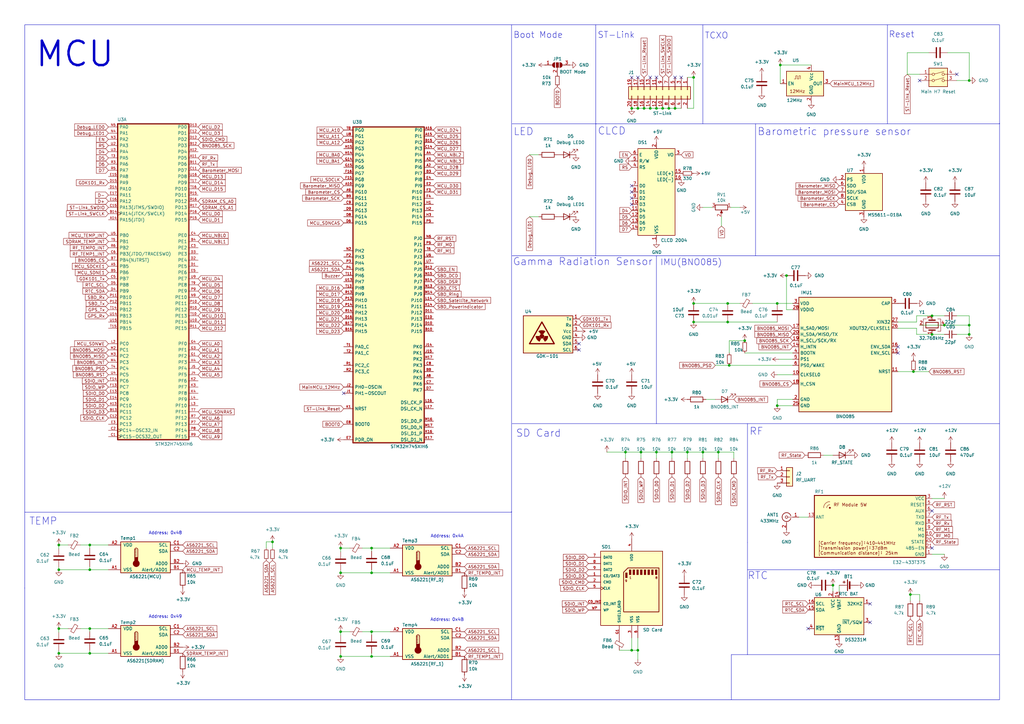
<source format=kicad_sch>
(kicad_sch (version 20250114) (generator "eeschema") (generator_version "9.0")
  (paper "A3")
  (title_block (title "Controller") (date "2024-12-27") (rev "2.0") (company "Robotics"))
  (rectangle (start 10.16 10.16) (end 409.956 287.02))
  (text "TCXO" (at 293.878 14.732 0) (effects (font (size 2.54 2.54))))
  (text "ST-Link" (at 252.73 14.478 0) (effects (font (size 2.54 2.54))))
  (text "Address: 0x4B" (at 183.388 254.254 0) (effects (font (size 1.27 1.27))))
  (text "RTC" (at 306.578 237.998 0) (effects (font (size 3 3)) (justify left bottom)))
  (text "Boot Mode" (at 220.726 14.478 0) (effects (font (size 2.54 2.54))))
  (text "CLCD" (at 245.11 55.626 0) (effects (font (size 3 3)) (justify left bottom)))
  (text "MCU" (at 30.734 22.352 0) (effects (font (size 10 10) (thickness 1))))
  (text "Gamma Radiation Sensor" (at 210.312 109.22 0) (effects (font (size 3 3)) (justify left bottom)))
  (text "Reset" (at 364.49 15.748 0) (effects (font (size 2.54 2.54)) (justify left bottom)))
  (text "IMU(BNO085)" (at 270.764 109.22 0) (effects (font (size 2.54 2.54)) (justify left bottom)))
  (text "Barometric pressure sensor" (at 310.642 55.88 0) (effects (font (size 3 3)) (justify left bottom)))
  (text "Address: 0x49" (at 67.818 252.984 0) (effects (font (size 1.27 1.27))))
  (text "Address: 0x48" (at 67.818 218.694 0) (effects (font (size 1.27 1.27))))
  (text "LED" (at 210.566 55.88 0) (effects (font (size 3 3)) (justify left bottom)))
  (text "TEMP" (at 11.938 215.646 0) (effects (font (size 3 3)) (justify left bottom)))
  (text "Address: 0x4A" (at 183.388 219.964 0) (effects (font (size 1.27 1.27))))
  (text "RF" (at 307.34 178.816 0) (effects (font (size 3 3)) (justify left bottom)))
  (text "SD Card" (at 211.582 179.578 0) (effects (font (size 3 3)) (justify left bottom)))
  (junction (at 284.48 124.46))
  (junction (at 397.51 33.02))
  (junction (at 281.94 185.42))
  (junction (at 36.83 233.68))
  (junction (at 36.83 257.81))
  (junction (at 139.7 269.24))
  (junction (at 373.38 243.84))
  (junction (at 139.7 224.79))
  (junction (at 318.77 166.37))
  (junction (at 111.76 222.25))
  (junction (at 264.16 44.45))
  (junction (at 275.59 185.42))
  (junction (at 259.08 44.45))
  (junction (at 322.58 113.03))
  (junction (at 387.35 133.35))
  (junction (at 397.51 133.35))
  (junction (at 24.13 233.68))
  (junction (at 341.63 240.03))
  (junction (at 397.51 137.16))
  (junction (at 320.04 26.67))
  (junction (at 271.78 44.45))
  (junction (at 299.085 149.86))
  (junction (at 284.48 31.75))
  (junction (at 266.7 44.45))
  (junction (at 382.27 129.54))
  (junction (at 152.4 259.08))
  (junction (at 274.32 44.45))
  (junction (at 24.13 267.97))
  (junction (at 298.45 124.46))
  (junction (at 374.65 152.4))
  (junction (at 24.13 223.52))
  (junction (at 276.86 44.45))
  (junction (at 262.89 185.42))
  (junction (at 152.4 224.79))
  (junction (at 24.13 257.81))
  (junction (at 305.435 139.7))
  (junction (at 139.7 234.95))
  (junction (at 261.62 44.45))
  (junction (at 318.77 124.46))
  (junction (at 284.48 132.08))
  (junction (at 294.64 185.42))
  (junction (at 36.83 223.52))
  (junction (at 256.54 185.42))
  (junction (at 139.7 259.08))
  (junction (at 269.24 185.42))
  (junction (at 261.62 266.7))
  (junction (at 382.27 137.16))
  (junction (at 152.4 234.95))
  (junction (at 298.45 132.08))
  (junction (at 269.24 44.45))
  (junction (at 36.83 267.97))
  (junction (at 288.29 185.42))
  (junction (at 259.08 266.7))
  (junction (at 152.4 269.24))
  (no_connect (at 140.97 161.29))
  (no_connect (at 269.24 31.75))
  (no_connect (at 382.27 209.55))
  (no_connect (at 279.4 31.75))
  (no_connect (at 392.43 30.48))
  (no_connect (at 356.87 255.27))
  (no_connect (at 266.7 31.75))
  (no_connect (at 276.86 31.75))
  (no_connect (at 237.49 140.97))
  (no_connect (at 377.19 33.02))
  (no_connect (at 356.87 247.65))
  (no_connect (at 259.08 83.82))
  (no_connect (at 368.3 144.78))
  (no_connect (at 259.08 76.2))
  (no_connect (at 331.47 257.81))
  (no_connect (at 259.08 81.28))
  (no_connect (at 259.08 31.75))
  (no_connect (at 237.49 143.51))
  (no_connect (at 261.62 31.75))
  (no_connect (at 368.3 142.24))
  (no_connect (at 382.27 224.79))
  (no_connect (at 259.08 78.74))
  (wire (pts (xy 275.59 185.42) (xy 275.59 187.96)))
  (polyline (pts (xy 309.88 104.902) (xy 409.956 104.902)))
  (polyline (pts (xy 210.058 50.8) (xy 409.956 50.8)))
  (wire (pts (xy 266.7 44.45) (xy 269.24 44.45)))
  (polyline (pts (xy 209.804 10.16) (xy 209.804 287.02)))
  (wire (pts (xy 381 152.4) (xy 374.65 152.4)))
  (wire (pts (xy 322.58 127) (xy 322.58 113.03)))
  (polyline (pts (xy 363.982 10.16) (xy 363.982 50.8)))
  (polyline (pts (xy 244.348 104.902) (xy 210.058 104.902)))
  (wire (pts (xy 397.51 21.59) (xy 388.62 21.59)))
  (wire (pts (xy 139.7 268.224) (xy 139.7 269.24)))
  (wire (pts (xy 284.48 31.75) (xy 284.48 44.45)))
  (wire (pts (xy 274.32 44.45) (xy 276.86 44.45)))
  (wire (pts (xy 160.02 269.24) (xy 152.4 269.24)))
  (wire (pts (xy 139.7 269.24) (xy 152.4 269.24)))
  (wire (pts (xy 318.77 132.08) (xy 298.45 132.08)))
  (wire (pts (xy 387.35 133.35) (xy 397.51 133.35)))
  (wire (pts (xy 261.62 261.62) (xy 261.62 266.7)))
  (wire (pts (xy 261.62 266.7) (xy 261.62 270.51)))
  (wire (pts (xy 288.29 185.42) (xy 288.29 187.96)))
  (wire (pts (xy 24.13 266.954) (xy 24.13 267.97)))
  (wire (pts (xy 318.77 124.46) (xy 325.12 124.46)))
  (wire (pts (xy 36.83 233.68) (xy 36.83 232.41)))
  (wire (pts (xy 288.29 85.09) (xy 292.1 85.09)))
  (wire (pts (xy 327.66 212.09) (xy 331.47 212.09)))
  (wire (pts (xy 373.38 243.84) (xy 377.19 243.84)))
  (wire (pts (xy 392.43 129.54) (xy 397.51 129.54)))
  (wire (pts (xy 318.77 163.83) (xy 325.12 163.83)))
  (wire (pts (xy 318.77 124.46) (xy 308.61 124.46)))
  (wire (pts (xy 36.83 223.52) (xy 36.83 224.79)))
  (wire (pts (xy 262.89 185.42) (xy 262.89 187.96)))
  (polyline (pts (xy 244.348 50.8) (xy 244.348 104.902)))
  (wire (pts (xy 111.76 222.25) (xy 111.76 224.79)))
  (wire (pts (xy 299.085 149.86) (xy 325.12 149.86)))
  (polyline (pts (xy 306.578 173.736) (xy 306.578 222.504)))
  (wire (pts (xy 271.78 44.45) (xy 274.32 44.45)))
  (wire (pts (xy 397.51 129.54) (xy 397.51 133.35)))
  (wire (pts (xy 36.83 267.97) (xy 36.83 266.7)))
  (wire (pts (xy 44.45 267.97) (xy 36.83 267.97)))
  (wire (pts (xy 24.13 225.044) (xy 24.13 223.52)))
  (wire (pts (xy 284.48 44.45) (xy 281.94 44.45)))
  (polyline (pts (xy 244.348 104.902) (xy 309.88 104.902)))
  (wire (pts (xy 275.59 185.42) (xy 281.94 185.42)))
  (wire (pts (xy 24.13 223.52) (xy 27.94 223.52)))
  (wire (pts (xy 375.92 137.16) (xy 382.27 137.16)))
  (wire (pts (xy 341.63 186.69) (xy 337.82 186.69)))
  (wire (pts (xy 319.405 147.32) (xy 325.12 147.32)))
  (wire (pts (xy 375.92 132.08) (xy 375.92 129.54)))
  (wire (pts (xy 259.08 261.62) (xy 259.08 266.7)))
  (wire (pts (xy 33.02 223.52) (xy 36.83 223.52)))
  (wire (pts (xy 139.7 233.934) (xy 139.7 234.95)))
  (wire (pts (xy 382.27 227.33) (xy 387.35 227.33)))
  (polyline (pts (xy 244.348 104.902) (xy 244.348 104.902)))
  (wire (pts (xy 281.94 185.42) (xy 288.29 185.42)))
  (wire (pts (xy 341.63 240.03) (xy 341.63 242.57)))
  (wire (pts (xy 397.51 133.35) (xy 397.51 137.16)))
  (polyline (pts (xy 269.24 104.902) (xy 269.24 173.736)))
  (wire (pts (xy 318.77 163.83) (xy 318.77 166.37)))
  (wire (pts (xy 298.45 124.46) (xy 284.48 124.46)))
  (wire (pts (xy 397.51 137.16) (xy 392.43 137.16)))
  (wire (pts (xy 152.4 269.24) (xy 152.4 267.97)))
  (wire (pts (xy 377.19 133.35) (xy 387.35 133.35)))
  (wire (pts (xy 109.22 222.25) (xy 111.76 222.25)))
  (wire (pts (xy 109.22 224.79) (xy 109.22 222.25)))
  (wire (pts (xy 325.12 127) (xy 322.58 127)))
  (wire (pts (xy 375.92 134.62) (xy 375.92 137.16)))
  (wire (pts (xy 372.11 30.48) (xy 377.19 30.48)))
  (polyline (pts (xy 409.956 50.546) (xy 409.956 50.8)))
  (wire (pts (xy 344.17 240.03) (xy 344.17 242.57)))
  (polyline (pts (xy 269.24 173.736) (xy 409.956 173.736)))
  (wire (pts (xy 256.54 185.42) (xy 256.54 187.96)))
  (polyline (pts (xy 209.804 210.058) (xy 209.804 209.804)))
  (wire (pts (xy 139.7 226.314) (xy 139.7 224.79)))
  (wire (pts (xy 24.13 233.68) (xy 36.83 233.68)))
  (wire (pts (xy 217.17 63.5) (xy 220.98 63.5)))
  (wire (pts (xy 24.13 259.334) (xy 24.13 257.81)))
  (polyline (pts (xy 309.88 50.8) (xy 309.88 104.902)))
  (wire (pts (xy 24.13 267.97) (xy 36.83 267.97)))
  (wire (pts (xy 300.99 185.42) (xy 300.99 187.96)))
  (wire (pts (xy 293.37 149.86) (xy 299.085 149.86)))
  (wire (pts (xy 269.24 44.45) (xy 271.78 44.45)))
  (wire (pts (xy 259.08 44.45) (xy 261.62 44.45)))
  (polyline (pts (xy 306.578 233.68) (xy 409.956 233.68)))
  (wire (pts (xy 299.085 144.78) (xy 299.085 139.7)))
  (wire (pts (xy 372.11 21.59) (xy 372.11 30.48)))
  (wire (pts (xy 299.72 85.09) (xy 303.53 85.09)))
  (wire (pts (xy 256.54 185.42) (xy 262.89 185.42)))
  (wire (pts (xy 217.17 88.9) (xy 220.98 88.9)))
  (wire (pts (xy 139.7 234.95) (xy 152.4 234.95)))
  (polyline (pts (xy 306.578 268.478) (xy 299.974 268.478)))
  (polyline (pts (xy 306.578 268.478) (xy 409.956 268.478)))
  (wire (pts (xy 254 266.7) (xy 259.08 266.7)))
  (wire (pts (xy 288.29 185.42) (xy 294.64 185.42)))
  (wire (pts (xy 248.92 185.42) (xy 256.54 185.42)))
  (polyline (pts (xy 244.348 50.8) (xy 244.602 50.8)))
  (wire (pts (xy 295.91 92.71) (xy 295.91 88.9)))
  (wire (pts (xy 44.45 223.52) (xy 36.83 223.52)))
  (polyline (pts (xy 244.348 10.16) (xy 244.348 50.8)))
  (wire (pts (xy 269.24 185.42) (xy 275.59 185.42)))
  (wire (pts (xy 299.085 139.7) (xy 305.435 139.7)))
  (wire (pts (xy 152.4 259.08) (xy 152.4 260.35)))
  (wire (pts (xy 160.02 234.95) (xy 152.4 234.95)))
  (polyline (pts (xy 10.16 210.058) (xy 209.804 210.058)))
  (wire (pts (xy 294.64 185.42) (xy 300.99 185.42)))
  (wire (pts (xy 264.16 44.45) (xy 266.7 44.45)))
  (wire (pts (xy 382.27 129.54) (xy 387.35 129.54)))
  (wire (pts (xy 281.94 185.42) (xy 281.94 187.96)))
  (wire (pts (xy 382.27 204.47) (xy 387.35 204.47)))
  (wire (pts (xy 397.51 33.02) (xy 397.51 21.59)))
  (wire (pts (xy 375.92 129.54) (xy 382.27 129.54)))
  (wire (pts (xy 294.64 185.42) (xy 294.64 187.96)))
  (wire (pts (xy 24.13 232.664) (xy 24.13 233.68)))
  (wire (pts (xy 44.45 233.68) (xy 36.83 233.68)))
  (wire (pts (xy 303.53 124.46) (xy 298.45 124.46)))
  (wire (pts (xy 276.86 44.45) (xy 279.4 44.45)))
  (polyline (pts (xy 269.24 173.736) (xy 210.058 173.736)))
  (wire (pts (xy 320.04 26.67) (xy 332.74 26.67)))
  (wire (pts (xy 284.48 132.08) (xy 298.45 132.08)))
  (wire (pts (xy 392.43 33.02) (xy 397.51 33.02)))
  (wire (pts (xy 152.4 224.79) (xy 152.4 226.06)))
  (polyline (pts (xy 299.974 268.478) (xy 299.974 287.02)))
  (wire (pts (xy 33.02 257.81) (xy 36.83 257.81)))
  (wire (pts (xy 24.13 257.81) (xy 27.94 257.81)))
  (wire (pts (xy 152.4 234.95) (xy 152.4 233.68)))
  (wire (pts (xy 261.62 44.45) (xy 264.16 44.45)))
  (wire (pts (xy 139.7 260.604) (xy 139.7 259.08)))
  (wire (pts (xy 262.89 185.42) (xy 269.24 185.42)))
  (wire (pts (xy 318.77 153.67) (xy 325.12 153.67)))
  (wire (pts (xy 381 21.59) (xy 372.11 21.59)))
  (wire (pts (xy 318.77 166.37) (xy 325.12 166.37)))
  (polyline (pts (xy 10.16 241.046) (xy 10.16 241.3)))
  (wire (pts (xy 377.19 243.84) (xy 377.19 246.38)))
  (polyline (pts (xy 306.578 222.504) (xy 306.578 268.478)))
  (wire (pts (xy 368.3 132.08) (xy 375.92 132.08)))
  (polyline (pts (xy 288.29 10.16) (xy 288.29 50.8)))
  (wire (pts (xy 382.27 137.16) (xy 387.35 137.16)))
  (wire (pts (xy 373.38 246.38) (xy 373.38 243.84)))
  (wire (pts (xy 160.02 224.79) (xy 152.4 224.79)))
  (wire (pts (xy 148.59 259.08) (xy 152.4 259.08)))
  (wire (pts (xy 44.45 257.81) (xy 36.83 257.81)))
  (wire (pts (xy 36.83 257.81) (xy 36.83 259.08)))
  (wire (pts (xy 259.08 266.7) (xy 261.62 266.7)))
  (wire (pts (xy 139.7 224.79) (xy 143.51 224.79)))
  (wire (pts (xy 368.3 134.62) (xy 375.92 134.62)))
  (wire (pts (xy 148.59 224.79) (xy 152.4 224.79)))
  (wire (pts (xy 320.04 34.29) (xy 320.04 26.67)))
  (wire (pts (xy 293.37 163.83) (xy 289.56 163.83)))
  (wire (pts (xy 160.02 259.08) (xy 152.4 259.08)))
  (wire (pts (xy 269.24 185.42) (xy 269.24 187.96)))
  (wire (pts (xy 281.94 31.75) (xy 284.48 31.75)))
  (wire (pts (xy 139.7 259.08) (xy 143.51 259.08)))
  (wire (pts (xy 368.3 152.4) (xy 374.65 152.4)))
  (wire (pts (xy 305.435 144.78) (xy 325.12 144.78)))
  (global_label "RF_M1" (shape input) (at 177.8 102.87 0) (property "Intersheetrefs" "${INTERSHEET_REFS}" (effects (hide yes))))
  (global_label "AS6221_SDA" (shape input) (at 140.97 110.49 180) (property "Intersheetrefs" "${INTERSHEET_REFS}" (effects (hide yes))))
  (global_label "GDK101_Rx" (shape input) (at 44.45 74.93 180) (property "Intersheetrefs" "${INTERSHEET_REFS}" (effects (hide yes))))
  (global_label "MCU_D27" (shape input) (at 177.8 60.96 0) (property "Intersheetrefs" "${INTERSHEET_REFS}" (effects (hide yes))))
  (global_label "RTC_SCL" (shape input) (at 331.47 247.65 180) (property "Intersheetrefs" "${INTERSHEET_REFS}" (effects (hide yes))))
  (global_label "D-" (shape input) (at 44.45 80.01 180) (property "Intersheetrefs" "${INTERSHEET_REFS}" (effects (hide yes))))
  (global_label "MCU_SDNCAS" (shape input) (at 140.97 91.44 180) (property "Intersheetrefs" "${INTERSHEET_REFS}" (effects (hide yes))))
  (global_label "MCU_A6" (shape input) (at 81.28 171.45 0) (property "Intersheetrefs" "${INTERSHEET_REFS}" (effects (hide yes))))
  (global_label "MCU_D24" (shape input) (at 177.8 53.34 0) (property "Intersheetrefs" "${INTERSHEET_REFS}" (effects (hide yes))))
  (global_label "MCU_D31" (shape input) (at 177.8 78.74 0) (property "Intersheetrefs" "${INTERSHEET_REFS}" (effects (hide yes))))
  (global_label "SDIO_D1" (shape input) (at 275.59 195.58 270) (effects (font (thickness 0.1588))) (property "Intersheetrefs" "${INTERSHEET_REFS}" (effects (hide yes))))
  (global_label "BNO085_RST" (shape input) (at 44.45 153.67 180) (property "Intersheetrefs" "${INTERSHEET_REFS}" (effects (hide yes))))
  (global_label "SDIO_D2" (shape input) (at 44.45 166.37 180) (effects (font (thickness 0.1588))) (property "Intersheetrefs" "${INTERSHEET_REFS}" (effects (hide yes))))
  (global_label "ST-Link_SWDIO" (shape input) (at 44.45 85.09 180) (property "Intersheetrefs" "${INTERSHEET_REFS}" (effects (hide yes))))
  (global_label "MCU_D1" (shape input) (at 81.28 90.17 0) (property "Intersheetrefs" "${INTERSHEET_REFS}" (effects (hide yes))))
  (global_label "RF_TEMP1_INT" (shape input) (at 190.5 269.24 0) (property "Intersheetrefs" "${INTERSHEET_REFS}" (effects (hide yes))))
  (global_label "Barometer_SCK" (shape input) (at 140.97 81.28 180) (property "Intersheetrefs" "${INTERSHEET_REFS}" (effects (hide yes))))
  (global_label "AS6221_SDA" (shape input) (at 190.5 232.41 0) (property "Intersheetrefs" "${INTERSHEET_REFS}" (effects (hide yes))))
  (global_label "SDRAM_CS_A1" (shape input) (at 81.28 85.09 0) (property "Intersheetrefs" "${INTERSHEET_REFS}" (effects (hide yes))))
  (global_label "BNO085_MOSI" (shape input) (at 325.12 134.62 180) (property "Intersheetrefs" "${INTERSHEET_REFS}" (effects (hide yes))))
  (global_label "GDK101_Tx" (shape input) (at 237.49 130.81 0) (property "Intersheetrefs" "${INTERSHEET_REFS}" (effects (hide yes))))
  (global_label "MCU_D9" (shape input) (at 81.28 127 0) (property "Intersheetrefs" "${INTERSHEET_REFS}" (effects (hide yes))))
  (global_label "MCU_D23" (shape input) (at 140.97 135.89 180) (property "Intersheetrefs" "${INTERSHEET_REFS}" (effects (hide yes))))
  (global_label "SDIO_D0" (shape input) (at 241.3 228.6 180) (effects (font (thickness 0.1588))) (property "Intersheetrefs" "${INTERSHEET_REFS}" (effects (hide yes))))
  (global_label "MCU_D13" (shape input) (at 81.28 72.39 0) (property "Intersheetrefs" "${INTERSHEET_REFS}" (effects (hide yes))))
  (global_label "MCU_TEMP_INT" (shape input) (at 44.45 96.52 180) (property "Intersheetrefs" "${INTERSHEET_REFS}" (effects (hide yes))))
  (global_label "SBD_PowerIndicator" (shape input) (at 177.8 125.73 0) (property "Intersheetrefs" "${INTERSHEET_REFS}" (effects (hide yes))))
  (global_label "Barometer_CS" (shape input) (at 344.17 83.82 180) (property "Intersheetrefs" "${INTERSHEET_REFS}" (effects (hide yes))))
  (global_label "VO" (shape input) (at 279.4 63.5 0) (property "Intersheetrefs" "${INTERSHEET_REFS}" (effects (hide yes))))
  (global_label "BNO085_INT" (shape input) (at 325.12 142.24 180) (property "Intersheetrefs" "${INTERSHEET_REFS}" (effects (hide yes))))
  (global_label "MCU_D30" (shape input) (at 177.8 76.2 0) (property "Intersheetrefs" "${INTERSHEET_REFS}" (effects (hide yes))))
  (global_label "MCU_A7" (shape input) (at 81.28 173.99 0) (property "Intersheetrefs" "${INTERSHEET_REFS}" (effects (hide yes))))
  (global_label "MCU_D7" (shape input) (at 81.28 121.92 0) (property "Intersheetrefs" "${INTERSHEET_REFS}" (effects (hide yes))))
  (global_label "D6" (shape input) (at 259.08 91.44 180) (property "Intersheetrefs" "${INTERSHEET_REFS}" (effects (hide yes))))
  (global_label "SBD_Ring" (shape input) (at 177.8 120.65 0) (property "Intersheetrefs" "${INTERSHEET_REFS}" (effects (hide yes))))
  (global_label "D5" (shape input) (at 259.08 88.9 180) (property "Intersheetrefs" "${INTERSHEET_REFS}" (effects (hide yes))))
  (global_label "Debug_LED1" (shape input) (at 217.17 88.9 270) (property "Intersheetrefs" "${INTERSHEET_REFS}" (effects (hide yes))))
  (global_label "RF_TEMP0_INT" (shape input) (at 190.5 234.95 0) (property "Intersheetrefs" "${INTERSHEET_REFS}" (effects (hide yes))))
  (global_label "MCU_A9" (shape input) (at 81.28 179.07 0) (property "Intersheetrefs" "${INTERSHEET_REFS}" (effects (hide yes))))
  (global_label "MCU_A1" (shape input) (at 81.28 143.51 0) (property "Intersheetrefs" "${INTERSHEET_REFS}" (effects (hide yes))))
  (global_label "RF_Tx" (shape input) (at 382.27 212.09 0) (property "Intersheetrefs" "${INTERSHEET_REFS}" (effects (hide yes))))
  (global_label "BNO085_PS0" (shape input) (at 293.37 149.86 180) (property "Intersheetrefs" "${INTERSHEET_REFS}" (effects (hide yes))))
  (global_label "BNO085_MISO" (shape input) (at 325.12 137.16 180) (property "Intersheetrefs" "${INTERSHEET_REFS}" (effects (hide yes))))
  (global_label "ST-Link_Reset" (shape input) (at 140.97 167.64 180) (property "Intersheetrefs" "${INTERSHEET_REFS}" (effects (hide yes))))
  (global_label "MCU_SDCLK" (shape input) (at 140.97 73.66 180) (property "Intersheetrefs" "${INTERSHEET_REFS}" (effects (hide yes))))
  (global_label "SBD_DCD" (shape input) (at 177.8 113.03 0) (property "Intersheetrefs" "${INTERSHEET_REFS}" (effects (hide yes))))
  (global_label "MCU_NBL0" (shape input) (at 81.28 96.52 0) (property "Intersheetrefs" "${INTERSHEET_REFS}" (effects (hide yes))))
  (global_label "Barometer_MOSI" (shape input) (at 344.17 78.74 180) (property "Intersheetrefs" "${INTERSHEET_REFS}" (effects (hide yes))))
  (global_label "MCU_D26" (shape input) (at 177.8 58.42 0) (property "Intersheetrefs" "${INTERSHEET_REFS}" (effects (hide yes))))
  (global_label "BOOT0" (shape input) (at 140.97 173.99 180) (property "Intersheetrefs" "${INTERSHEET_REFS}" (effects (hide yes))))
  (global_label "GPS_Rx" (shape input) (at 44.45 129.54 180) (property "Intersheetrefs" "${INTERSHEET_REFS}" (effects (hide yes))))
  (global_label "BNO085_INT" (shape input) (at 44.45 148.59 180) (property "Intersheetrefs" "${INTERSHEET_REFS}" (effects (hide yes))))
  (global_label "RTC_SDA" (shape input) (at 331.47 250.19 180) (property "Intersheetrefs" "${INTERSHEET_REFS}" (effects (hide yes))))
  (global_label "SDIO_D3" (shape input) (at 241.3 236.22 180) (effects (font (thickness 0.1588))) (property "Intersheetrefs" "${INTERSHEET_REFS}" (effects (hide yes))))
  (global_label "RF_Tx" (shape input) (at 81.28 67.31 0) (property "Intersheetrefs" "${INTERSHEET_REFS}" (effects (hide yes))))
  (global_label "MCU_D6" (shape input) (at 81.28 119.38 0) (property "Intersheetrefs" "${INTERSHEET_REFS}" (effects (hide yes))))
  (global_label "SDIO_INT" (shape input) (at 256.54 195.58 270) (effects (font (thickness 0.1588))) (property "Intersheetrefs" "${INTERSHEET_REFS}" (effects (hide yes))))
  (global_label "MCU_D25" (shape input) (at 177.8 55.88 0) (property "Intersheetrefs" "${INTERSHEET_REFS}" (effects (hide yes))))
  (global_label "SDIO_D2" (shape input) (at 281.94 195.58 270) (effects (font (thickness 0.1588))) (property "Intersheetrefs" "${INTERSHEET_REFS}" (effects (hide yes))))
  (global_label "RTC_SDA" (shape input) (at 377.19 254 270) (property "Intersheetrefs" "${INTERSHEET_REFS}" (effects (hide yes))))
  (global_label "MCU_D19" (shape input) (at 140.97 125.73 180) (property "Intersheetrefs" "${INTERSHEET_REFS}" (effects (hide yes))))
  (global_label "RTC_SCL" (shape input) (at 373.38 254 270) (property "Intersheetrefs" "${INTERSHEET_REFS}" (effects (hide yes))))
  (global_label "ST-Link_Reset" (shape input) (at 264.16 31.75 90) (property "Intersheetrefs" "${INTERSHEET_REFS}" (effects (hide yes))))
  (global_label "MCU_BA0" (shape input) (at 140.97 63.5 180) (property "Intersheetrefs" "${INTERSHEET_REFS}" (effects (hide yes))))
  (global_label "MCU_D18" (shape input) (at 140.97 123.19 180) (property "Intersheetrefs" "${INTERSHEET_REFS}" (effects (hide yes))))
  (global_label "GPS_Tx" (shape input) (at 44.45 127 180) (property "Intersheetrefs" "${INTERSHEET_REFS}" (effects (hide yes))))
  (global_label "SBD_DSR" (shape input) (at 177.8 115.57 0) (property "Intersheetrefs" "${INTERSHEET_REFS}" (effects (hide yes))))
  (global_label "BNO085_SCK" (shape input) (at 325.12 139.7 180) (property "Intersheetrefs" "${INTERSHEET_REFS}" (effects (hide yes))))
  (global_label "AS6221_SCL" (shape input) (at 74.93 223.52 0) (property "Intersheetrefs" "${INTERSHEET_REFS}" (effects (hide yes))))
  (global_label "RF_Tx" (shape input) (at 318.77 195.58 180) (property "Intersheetrefs" "${INTERSHEET_REFS}" (effects (hide yes))))
  (global_label "SDIO_D2" (shape input) (at 241.3 233.68 180) (effects (font (thickness 0.1588))) (property "Intersheetrefs" "${INTERSHEET_REFS}" (effects (hide yes))))
  (global_label "SDIO_CMD" (shape input) (at 81.28 57.15 0) (effects (font (thickness 0.1588))) (property "Intersheetrefs" "${INTERSHEET_REFS}" (effects (hide yes))))
  (global_label "MainMCU_12MHz" (shape input) (at 140.97 158.75 180) (property "Intersheetrefs" "${INTERSHEET_REFS}" (effects (hide yes))))
  (global_label "RS" (shape input) (at 44.45 59.69 180) (property "Intersheetrefs" "${INTERSHEET_REFS}" (effects (hide yes))))
  (global_label "AS6221_SCL" (shape input) (at 190.5 259.08 0) (property "Intersheetrefs" "${INTERSHEET_REFS}" (effects (hide yes))))
  (global_label "Debug_LED1" (shape input) (at 44.45 54.61 180) (property "Intersheetrefs" "${INTERSHEET_REFS}" (effects (hide yes))))
  (global_label "BNO085_MISO" (shape input) (at 44.45 146.05 180) (property "Intersheetrefs" "${INTERSHEET_REFS}" (effects (hide yes))))
  (global_label "RF_RST" (shape input) (at 382.27 207.01 0) (property "Intersheetrefs" "${INTERSHEET_REFS}" (effects (hide yes))))
  (global_label "ST-Link_SWCLK" (shape input) (at 44.45 87.63 180) (property "Intersheetrefs" "${INTERSHEET_REFS}" (effects (hide yes))))
  (global_label "GDK101_Tx" (shape input) (at 44.45 114.3 180) (property "Intersheetrefs" "${INTERSHEET_REFS}" (effects (hide yes))))
  (global_label "RF_State" (shape input) (at 382.27 222.25 0) (property "Intersheetrefs" "${INTERSHEET_REFS}" (effects (hide yes))))
  (global_label "SDIO_WP" (shape input) (at 44.45 158.75 180) (effects (font (thickness 0.1588))) (property "Intersheetrefs" "${INTERSHEET_REFS}" (effects (hide yes))))
  (global_label "MainMCU_12MHz" (shape input) (at 340.36 34.29 0) (property "Intersheetrefs" "${INTERSHEET_REFS}" (effects (hide yes))))
  (global_label "SDIO_CMD" (shape input) (at 300.99 195.58 270) (effects (font (thickness 0.1588))) (property "Intersheetrefs" "${INTERSHEET_REFS}" (effects (hide yes))))
  (global_label "EN" (shape input) (at 259.08 63.5 180) (property "Intersheetrefs" "${INTERSHEET_REFS}" (effects (hide yes))))
  (global_label "MCU_D14" (shape input) (at 81.28 74.93 0) (property "Intersheetrefs" "${INTERSHEET_REFS}" (effects (hide yes))))
  (global_label "EN" (shape input) (at 44.45 57.15 180) (property "Intersheetrefs" "${INTERSHEET_REFS}" (effects (hide yes))))
  (global_label "MCU_D28" (shape input) (at 177.8 68.58 0) (property "Intersheetrefs" "${INTERSHEET_REFS}" (effects (hide yes))))
  (global_label "SDIO_D1" (shape input) (at 44.45 163.83 180) (effects (font (thickness 0.1588))) (property "Intersheetrefs" "${INTERSHEET_REFS}" (effects (hide yes))))
  (global_label "BNO085_SCK" (shape input) (at 81.28 59.69 0) (property "Intersheetrefs" "${INTERSHEET_REFS}" (effects (hide yes))))
  (global_label "D4" (shape input) (at 259.08 86.36 180) (property "Intersheetrefs" "${INTERSHEET_REFS}" (effects (hide yes))))
  (global_label "Debug_LED0" (shape input) (at 44.45 52.07 180) (property "Intersheetrefs" "${INTERSHEET_REFS}" (effects (hide yes))))
  (global_label "D7" (shape input) (at 44.45 69.85 180) (property "Intersheetrefs" "${INTERSHEET_REFS}" (effects (hide yes))))
  (global_label "MCU_A3" (shape input) (at 81.28 148.59 0) (property "Intersheetrefs" "${INTERSHEET_REFS}" (effects (hide yes))))
  (global_label "SDIO_INT" (shape input) (at 44.45 156.21 180) (effects (font (thickness 0.1588))) (property "Intersheetrefs" "${INTERSHEET_REFS}" (effects (hide yes))))
  (global_label "Buzzer" (shape input) (at 140.97 113.03 180) (property "Intersheetrefs" "${INTERSHEET_REFS}" (effects (hide yes))))
  (global_label "MCU_D3" (shape input) (at 81.28 54.61 0) (property "Intersheetrefs" "${INTERSHEET_REFS}" (effects (hide yes))))
  (global_label "SDIO_CLK" (shape input) (at 294.64 195.58 270) (effects (font (thickness 0.1588))) (property "Intersheetrefs" "${INTERSHEET_REFS}" (effects (hide yes))))
  (global_label "MCU_D22" (shape input) (at 140.97 133.35 180) (property "Intersheetrefs" "${INTERSHEET_REFS}" (effects (hide yes))))
  (global_label "MCU_D2" (shape input) (at 81.28 52.07 0) (property "Intersheetrefs" "${INTERSHEET_REFS}" (effects (hide yes))))
  (global_label "RTC_SDA" (shape input) (at 44.45 119.38 180) (property "Intersheetrefs" "${INTERSHEET_REFS}" (effects (hide yes))))
  (global_label "SDRAM_TEMP_INT" (shape input) (at 74.93 267.97 0) (property "Intersheetrefs" "${INTERSHEET_REFS}" (effects (hide yes))))
  (global_label "MCU_A12" (shape input) (at 140.97 58.42 180) (property "Intersheetrefs" "${INTERSHEET_REFS}" (effects (hide yes))))
  (global_label "BNO085_PS0" (shape input) (at 44.45 151.13 180) (property "Intersheetrefs" "${INTERSHEET_REFS}" (effects (hide yes))))
  (global_label "RTC_SCL" (shape input) (at 44.45 116.84 180) (property "Intersheetrefs" "${INTERSHEET_REFS}" (effects (hide yes))))
  (global_label "SDIO_D3" (shape input) (at 44.45 168.91 180) (effects (font (thickness 0.1588))) (property "Intersheetrefs" "${INTERSHEET_REFS}" (effects (hide yes))))
  (global_label "MCU_A4" (shape input) (at 81.28 151.13 0) (property "Intersheetrefs" "${INTERSHEET_REFS}" (effects (hide yes))))
  (global_label "MCU_A11" (shape input) (at 140.97 55.88 180) (property "Intersheetrefs" "${INTERSHEET_REFS}" (effects (hide yes))))
  (global_label "MCU_BA1" (shape input) (at 140.97 66.04 180) (property "Intersheetrefs" "${INTERSHEET_REFS}" (effects (hide yes))))
  (global_label "MCU_A8" (shape input) (at 81.28 176.53 0) (property "Intersheetrefs" "${INTERSHEET_REFS}" (effects (hide yes))))
  (global_label "RF_TEMP1_INT" (shape input) (at 44.45 104.14 180) (property "Intersheetrefs" "${INTERSHEET_REFS}" (effects (hide yes))))
  (global_label "VO" (shape input) (at 295.91 92.71 270) (property "Intersheetrefs" "${INTERSHEET_REFS}" (effects (hide yes))))
  (global_label "D7" (shape input) (at 259.08 93.98 180) (property "Intersheetrefs" "${INTERSHEET_REFS}" (effects (hide yes))))
  (global_label "RS" (shape input) (at 259.08 68.58 180) (property "Intersheetrefs" "${INTERSHEET_REFS}" (effects (hide yes))))
  (global_label "MCU_D11" (shape input) (at 81.28 132.08 0) (property "Intersheetrefs" "${INTERSHEET_REFS}" (effects (hide yes))))
  (global_label "RF_M1" (shape input) (at 382.27 217.17 0) (property "Intersheetrefs" "${INTERSHEET_REFS}" (effects (hide yes))))
  (global_label "GDK101_Rx" (shape input) (at 237.49 133.35 0) (property "Intersheetrefs" "${INTERSHEET_REFS}" (effects (hide yes))))
  (global_label "AS6221_SDA" (shape input) (at 190.5 227.33 0) (property "Intersheetrefs" "${INTERSHEET_REFS}" (effects (hide yes))))
  (global_label "AS6221_SDA" (shape input) (at 74.93 260.35 0) (property "Intersheetrefs" "${INTERSHEET_REFS}" (effects (hide yes))))
  (global_label "BNO085_CS" (shape input) (at 44.45 106.68 180) (property "Intersheetrefs" "${INTERSHEET_REFS}" (effects (hide yes))))
  (global_label "MCU_TEMP_INT" (shape input) (at 74.93 233.68 0) (property "Intersheetrefs" "${INTERSHEET_REFS}" (effects (hide yes))))
  (global_label "MCU_D20" (shape input) (at 140.97 128.27 180) (property "Intersheetrefs" "${INTERSHEET_REFS}" (effects (hide yes))))
  (global_label "RF_State" (shape input) (at 330.2 186.69 180) (property "Intersheetrefs" "${INTERSHEET_REFS}" (effects (hide yes))))
  (global_label "MCU_SDNE1" (shape input) (at 44.45 111.76 180) (property "Intersheetrefs" "${INTERSHEET_REFS}" (effects (hide yes))))
  (global_label "MCU_D21" (shape input) (at 140.97 130.81 180) (property "Intersheetrefs" "${INTERSHEET_REFS}" (effects (hide yes))))
  (global_label "MCU_A10" (shape input) (at 140.97 53.34 180) (property "Intersheetrefs" "${INTERSHEET_REFS}" (effects (hide yes))))
  (global_label "RF_Rx" (shape input) (at 318.77 193.04 180) (property "Intersheetrefs" "${INTERSHEET_REFS}" (effects (hide yes))))
  (global_label "SDRAM_CS_A0" (shape input) (at 81.28 82.55 0) (property "Intersheetrefs" "${INTERSHEET_REFS}" (effects (hide yes))))
  (global_label "ST-Link_Reset" (shape input) (at 372.11 30.48 270) (property "Intersheetrefs" "${INTERSHEET_REFS}" (effects (hide yes))))
  (global_label "AS6221_SCL" (shape input) (at 74.93 257.81 0) (property "Intersheetrefs" "${INTERSHEET_REFS}" (effects (hide yes))))
  (global_label "BNO085_MOSI" (shape input) (at 44.45 143.51 180) (property "Intersheetrefs" "${INTERSHEET_REFS}" (effects (hide yes))))
  (global_label "MCU_A2" (shape input) (at 81.28 146.05 0) (property "Intersheetrefs" "${INTERSHEET_REFS}" (effects (hide yes))))
  (global_label "SBD_EN" (shape input) (at 177.8 110.49 0) (property "Intersheetrefs" "${INTERSHEET_REFS}" (effects (hide yes))))
  (global_label "AS6221_SDA" (shape input) (at 109.22 229.87 270) (property "Intersheetrefs" "${INTERSHEET_REFS}" (effects (hide yes))))
  (global_label "D6" (shape input) (at 44.45 67.31 180) (property "Intersheetrefs" "${INTERSHEET_REFS}" (effects (hide yes))))
  (global_label "RF_Rx" (shape input) (at 382.27 214.63 0) (property "Intersheetrefs" "${INTERSHEET_REFS}" (effects (hide yes))))
  (global_label "MCU_NBL1" (shape input) (at 81.28 99.06 0) (property "Intersheetrefs" "${INTERSHEET_REFS}" (effects (hide yes))))
  (global_label "MCU_D0" (shape input) (at 81.28 87.63 0) (property "Intersheetrefs" "${INTERSHEET_REFS}" (effects (hide yes))))
  (global_label "SDIO_INT" (shape input) (at 241.3 247.65 180) (effects (font (thickness 0.1588))) (property "Intersheetrefs" "${INTERSHEET_REFS}" (effects (hide yes))))
  (global_label "AS6221_SCL" (shape input) (at 111.76 229.87 270) (property "Intersheetrefs" "${INTERSHEET_REFS}" (effects (hide yes))))
  (global_label "BNO085_INT" (shape input) (at 300.99 163.83 0) (property "Intersheetrefs" "${INTERSHEET_REFS}" (effects (hide yes))))
  (global_label "BNO085_RST" (shape input) (at 381 152.4 0) (property "Intersheetrefs" "${INTERSHEET_REFS}" (effects (hide yes))))
  (global_label "ST-Link_SWCLK" (shape input) (at 271.78 31.75 90) (property "Intersheetrefs" "${INTERSHEET_REFS}" (effects (hide yes))))
  (global_label "AS6221_SCL" (shape input) (at 190.5 224.79 0) (property "Intersheetrefs" "${INTERSHEET_REFS}" (effects (hide yes))))
  (global_label "D5" (shape input) (at 44.45 64.77 180) (property "Intersheetrefs" "${INTERSHEET_REFS}" (effects (hide yes))))
  (global_label "SBD_Satellite_Network" (shape input) (at 177.8 123.19 0) (property "Intersheetrefs" "${INTERSHEET_REFS}" (effects (hide yes))))
  (global_label "ST-Link_SWDIO" (shape input) (at 274.32 31.75 90) (property "Intersheetrefs" "${INTERSHEET_REFS}" (effects (hide yes))))
  (global_label "RF_M0" (shape input) (at 177.8 100.33 0) (property "Intersheetrefs" "${INTERSHEET_REFS}" (effects (hide yes))))
  (global_label "Barometer_CS" (shape input) (at 140.97 78.74 180) (property "Intersheetrefs" "${INTERSHEET_REFS}" (effects (hide yes))))
  (global_label "RF_Rx" (shape input) (at 81.28 64.77 0) (property "Intersheetrefs" "${INTERSHEET_REFS}" (effects (hide yes))))
  (global_label "SBD_Tx" (shape input) (at 44.45 124.46 180) (property "Intersheetrefs" "${INTERSHEET_REFS}" (effects (hide yes))))
  (global_label "Barometer_MISO" (shape input) (at 140.97 76.2 180) (property "Intersheetrefs" "${INTERSHEET_REFS}" (effects (hide yes))))
  (global_label "SDIO_CLK" (shape input) (at 44.45 171.45 180) (effects (font (thickness 0.1588))) (property "Intersheetrefs" "${INTERSHEET_REFS}" (effects (hide yes))))
  (global_label "SBD_CTS" (shape input) (at 177.8 118.11 0) (property "Intersheetrefs" "${INTERSHEET_REFS}" (effects (hide yes))))
  (global_label "MCU_SDNWE" (shape input) (at 44.45 140.97 180) (property "Intersheetrefs" "${INTERSHEET_REFS}" (effects (hide yes))))
  (global_label "SBD_Rx" (shape input) (at 44.45 121.92 180) (property "Intersheetrefs" "${INTERSHEET_REFS}" (effects (hide yes))))
  (global_label "MCU_D5" (shape input) (at 81.28 116.84 0) (property "Intersheetrefs" "${INTERSHEET_REFS}" (effects (hide yes))))
  (global_label "D+" (shape input) (at 44.45 82.55 180) (property "Intersheetrefs" "${INTERSHEET_REFS}" (effects (hide yes))))
  (global_label "MCU_SDNRAS" (shape input) (at 81.28 168.91 0) (property "Intersheetrefs" "${INTERSHEET_REFS}" (effects (hide yes))))
  (global_label "SDIO_D3" (shape input) (at 288.29 195.58 270) (effects (font (thickness 0.1588))) (property "Intersheetrefs" "${INTERSHEET_REFS}" (effects (hide yes))))
  (global_label "RF_RST" (shape input) (at 177.8 97.79 0) (property "Intersheetrefs" "${INTERSHEET_REFS}" (effects (hide yes))))
  (global_label "Debug_LED0" (shape input) (at 217.17 63.5 270) (property "Intersheetrefs" "${INTERSHEET_REFS}" (effects (hide yes))))
  (global_label "AS6221_SDA" (shape input) (at 74.93 226.06 0) (property "Intersheetrefs" "${INTERSHEET_REFS}" (effects (hide yes))))
  (global_label "SDIO_WP" (shape input) (at 262.89 195.58 270) (effects (font (thickness 0.1588))) (property "Intersheetrefs" "${INTERSHEET_REFS}" (effects (hide yes))))
  (global_label "MCU_A0" (shape input) (at 81.28 140.97 0) (property "Intersheetrefs" "${INTERSHEET_REFS}" (effects (hide yes))))
  (global_label "MCU_D8" (shape input) (at 81.28 124.46 0) (property "Intersheetrefs" "${INTERSHEET_REFS}" (effects (hide yes))))
  (global_label "MCU_D16" (shape input) (at 140.97 118.11 180) (property "Intersheetrefs" "${INTERSHEET_REFS}" (effects (hide yes))))
  (global_label "Barometer_MISO" (shape input) (at 344.17 76.2 180) (property "Intersheetrefs" "${INTERSHEET_REFS}" (effects (hide yes))))
  (global_label "SDIO_WP" (shape input) (at 241.3 250.19 180) (effects (font (thickness 0.1588))) (property "Intersheetrefs" "${INTERSHEET_REFS}" (effects (hide yes))))
  (global_label "SDRAM_TEMP_INT" (shape input) (at 44.45 99.06 180) (property "Intersheetrefs" "${INTERSHEET_REFS}" (effects (hide yes))))
  (global_label "MCU_D29" (shape input) (at 177.8 71.12 0) (property "Intersheetrefs" "${INTERSHEET_REFS}" (effects (hide yes))))
  (global_label "MCU_D15" (shape input) (at 81.28 77.47 0) (property "Intersheetrefs" "${INTERSHEET_REFS}" (effects (hide yes))))
  (global_label "MCU_D17" (shape input) (at 140.97 120.65 180) (property "Intersheetrefs" "${INTERSHEET_REFS}" (effects (hide yes))))
  (global_label "Barometer_SCK" (shape input) (at 344.17 81.28 180) (property "Intersheetrefs" "${INTERSHEET_REFS}" (effects (hide yes))))
  (global_label "BNO085_CS" (shape input) (at 325.12 157.48 180) (property "Intersheetrefs" "${INTERSHEET_REFS}" (effects (hide yes))))
  (global_label "MCU_NBL3" (shape input) (at 177.8 66.04 0) (property "Intersheetrefs" "${INTERSHEET_REFS}" (effects (hide yes))))
  (global_label "MCU_SDCKE1" (shape input) (at 44.45 109.22 180) (property "Intersheetrefs" "${INTERSHEET_REFS}" (effects (hide yes))))
  (global_label "RF_TEMP0_INT" (shape input) (at 44.45 101.6 180) (property "Intersheetrefs" "${INTERSHEET_REFS}" (effects (hide yes))))
  (global_label "MCU_D4" (shape input) (at 81.28 114.3 0) (property "Intersheetrefs" "${INTERSHEET_REFS}" (effects (hide yes))))
  (global_label "MCU_D10" (shape input) (at 81.28 129.54 0) (property "Intersheetrefs" "${INTERSHEET_REFS}" (effects (hide yes))))
  (global_label "SDIO_CMD" (shape input) (at 241.3 238.76 180) (effects (font (thickness 0.1588))) (property "Intersheetrefs" "${INTERSHEET_REFS}" (effects (hide yes))))
  (global_label "SDIO_CLK" (shape input) (at 241.3 241.3 180) (effects (font (thickness 0.1588))) (property "Intersheetrefs" "${INTERSHEET_REFS}" (effects (hide yes))))
  (global_label "MCU_D12" (shape input) (at 81.28 134.62 0) (property "Intersheetrefs" "${INTERSHEET_REFS}" (effects (hide yes))))
  (global_label "MCU_A5" (shape input) (at 81.28 153.67 0) (property "Intersheetrefs" "${INTERSHEET_REFS}" (effects (hide yes))))
  (global_label "MCU_NBL2" (shape input) (at 177.8 63.5 0) (property "Intersheetrefs" "${INTERSHEET_REFS}" (effects (hide yes))))
  (global_label "AS6221_SCL" (shape input) (at 140.97 107.95 180) (property "Intersheetrefs" "${INTERSHEET_REFS}" (effects (hide yes))))
  (global_label "BOOT0" (shape input) (at 228.6 35.56 270) (property "Intersheetrefs" "${INTERSHEET_REFS}" (effects (hide yes))))
  (global_label "RF_M0" (shape input) (at 382.27 219.71 0) (property "Intersheetrefs" "${INTERSHEET_REFS}" (effects (hide yes))))
  (global_label "SDIO_D0" (shape input) (at 44.45 161.29 180) (effects (font (thickness 0.1588))) (property "Intersheetrefs" "${INTERSHEET_REFS}" (effects (hide yes))))
  (global_label "AS6221_SDA" (shape input) (at 190.5 261.62 0) (property "Intersheetrefs" "${INTERSHEET_REFS}" (effects (hide yes))))
  (global_label "Barometer_MOSI" (shape input) (at 81.28 69.85 0) (property "Intersheetrefs" "${INTERSHEET_REFS}" (effects (hide yes))))
  (global_label "SDIO_D1" (shape input) (at 241.3 231.14 180) (effects (font (thickness 0.1588))) (property "Intersheetrefs" "${INTERSHEET_REFS}" (effects (hide yes))))
  (global_label "AS6221_SCL" (shape input) (at 190.5 266.7 0) (property "Intersheetrefs" "${INTERSHEET_REFS}" (effects (hide yes))))
  (global_label "SDIO_D0" (shape input) (at 269.24 195.58 270) (effects (font (thickness 0.1588))) (property "Intersheetrefs" "${INTERSHEET_REFS}" (effects (hide yes))))
  (global_label "D4" (shape input) (at 44.45 62.23 180) (property "Intersheetrefs" "${INTERSHEET_REFS}" (effects (hide yes))))
  (symbol (lib_id "Jumper:SolderJumper_3_Open") (at 228.6 26.67 0) (unit 1) (in_bom no)
    (property "Reference" "JP1" (at 228.6 24.13 0))
    (property "Value" "BOOT Mode" (at 234.95 29.464 0))
    (property "Footprint" "Jumper:SolderJumper-3_P1.3mm_Open_RoundedPad1.0x1.5mm" (effects (hide yes)))
    (property "Description" "Solder Jumper, 3-pole, open" (effects (hide yes)))
  )
  (symbol (lib_id "power:+3.3V") (at 259.08 220.98 0) (unit 1)
    (property "Reference" "#PWR066" (effects (hide yes)))
    (property "Value" "+3.3V" (at 259.08 215.9 0))
    (property "Description" "Power symbol creates a global label with name \"+3.3V\"" (effects (hide yes)))
  )
  (symbol (lib_id "power:+3.3V") (at 24.13 223.52 0) (unit 1)
    (property "Reference" "#PWR037" (effects (hide yes)))
    (property "Value" "+3.3V" (at 24.13 218.44 0))
  )
  (symbol (lib_id "power:+3.3V") (at 391.668 74.93 0) (unit 1)
    (property "Reference" "#PWR0113" (effects (hide yes)))
    (property "Value" "+3.3V" (at 391.668 69.85 0))
  )
  (symbol (lib_id "MY_Sensor:GDK-101") (at 224.79 137.16 0) (unit 1)
    (property "Reference" "U4" (at 216.662 127.762 0))
    (property "Value" "GDK-101" (at 224.536 146.05 0))
    (property "Footprint" "PCB:GDK-101" (effects (hide yes)))
    (property "Datasheet" "https://www.eleparts.co.kr/data/goods_old/design/product_file/Hoon/GDK101datasheet_v1.5.pdf" (effects (hide yes)))
    (property "Description" "Gamma Radiation Sensor Module" (effects (hide yes)))
  )
  (symbol (lib_id "GPS데이터-송신기-ver-1.1(개선-버전)-rescue:+5V-nixie-cache") (at 303.53 85.09 270) (unit 1)
    (property "Reference" "#PWR079" (effects (hide yes)))
    (property "Value" "+5V" (at 303.53 86.995 90) (effects (justify left)))
  )
  (symbol (lib_id "Device:Crystal_GND24") (at 382.27 133.35 90) (unit 1)
    (property "Reference" "Y1" (at 378.206 128.016 90))
    (property "Value" "32.768kHz" (at 382.016 138.684 90))
    (property "Footprint" "PCB:XC32M4" (effects (hide yes)))
    (property "Description" "Four pin crystal, GND on pins 2 and 4" (effects (hide yes)))
  )
  (symbol (lib_id "power:GND") (at 375.92 124.46 90) (unit 1)
    (property "Reference" "#PWR0104" (effects (hide yes)))
    (property "Value" "GND" (at 379.73 124.4599 90) (effects (justify right)))
    (property "Description" "Power symbol creates a global label with name \"GND\" , ground" (effects (hide yes)))
  )
  (symbol (lib_id "Connector_Generic:Conn_02x10_Odd_Even") (at 271.78 36.83 270) (unit 1)
    (property "Reference" "J1" (at 260.096 29.718 90) (effects (justify right)))
    (property "Value" "ST-Link" (at 275.59 46.482 90) (effects (justify right)))
    (property "Footprint" "Connector_IDC:IDC-Header_2x10_P2.54mm_Vertical" (effects (hide yes)))
  )
  (symbol (lib_id "Device:R") (at 377.19 250.19 0) (unit 1)
    (property "Reference" "R89" (at 379.73 248.9199 0) (effects (justify left)))
    (property "Value" "4.7k" (at 379.73 251.4599 0) (effects (justify left)))
    (property "Footprint" "Resistor_SMD:R_0805_2012Metric" (effects (hide yes)))
    (property "Description" "Resistor" (effects (hide yes)))
  )
  (symbol (lib_id "Device:FerriteBead_Small") (at 30.48 257.81 90) (unit 1)
    (property "Reference" "FB3" (at 30.48 254 90))
    (property "Value" "Bead" (at 30.48 261.62 90))
    (property "Footprint" "Inductor_SMD:L_0805_2012Metric" (effects (hide yes)))
  )
  (symbol (lib_id "Device:C") (at 377.19 185.42 0) (unit 1)
    (property "Reference" "C81" (at 381 184.1499 0) (effects (justify left)))
    (property "Value" "10uF" (at 381 186.6899 0) (effects (justify left)))
    (property "Footprint" "Capacitor_SMD:C_1210_3225Metric" (effects (hide yes)))
  )
  (symbol (lib_id "power:+12V") (at 377.19 181.61 0) (unit 1)
    (property "Reference" "#PWR0105" (effects (hide yes)))
    (property "Value" "+12V" (at 377.19 176.53 0))
    (property "Description" "Power symbol creates a global label with name \"+12V\"" (effects (hide yes)))
  )
  (symbol (lib_id "Device:C") (at 280.67 240.03 0) (unit 1)
    (property "Reference" "C72" (at 283.845 238.7599 0) (effects (justify left)))
    (property "Value" "0.1uF" (at 283.845 241.2999 0) (effects (justify left)))
    (property "Footprint" "Capacitor_SMD:C_0805_2012Metric" (effects (hide yes)))
  )
  (symbol (lib_id "power:GND") (at 344.17 262.89 0) (unit 1)
    (property "Reference" "#PWR095" (effects (hide yes)))
    (property "Value" "GND" (at 344.17 267.208 0))
  )
  (symbol (lib_id "power:GND") (at 261.62 270.51 0) (mirror y) (unit 1)
    (property "Reference" "#PWR067" (effects (hide yes)))
    (property "Value" "GND" (at 261.62 275.59 0))
    (property "Description" "Power symbol creates a global label with name \"GND\" , ground" (effects (hide yes)))
  )
  (symbol (lib_id "power:+3.3V") (at 354.33 68.58 0) (unit 1)
    (property "Reference" "#PWR098" (effects (hide yes)))
    (property "Value" "+3.3V" (at 354.33 63.5 0))
  )
  (symbol (lib_id "power:GND") (at 391.668 82.55 0) (mirror y) (unit 1)
    (property "Reference" "#PWR0114" (effects (hide yes)))
    (property "Value" "GND" (at 391.668 87.63 0))
    (property "Description" "Power symbol creates a global label with name \"GND\" , ground" (effects (hide yes)))
  )
  (symbol (lib_id "AS6221:AS6221") (at 59.69 228.6 0) (unit 1)
    (property "Reference" "Temp1" (at 52.578 220.726 0))
    (property "Value" "AS6221(MCU)" (at 59.69 236.474 0))
    (property "Footprint" "Package_CSP:WLCSP-6_1.4x1.0mm_P0.4mm" (effects (hide yes)))
  )
  (symbol (lib_id "GPS데이터-송신기-ver-1.1(개선-버전)-rescue:+5V-nixie-cache") (at 245.11 153.67 0) (mirror y) (unit 1)
    (property "Reference" "#PWR059" (effects (hide yes)))
    (property "Value" "+5V" (at 244.729 149.2758 0))
  )
  (symbol (lib_id "GPS데이터-송신기-ver-1.1(개선-버전)-rescue:GND-nixie-cache") (at 237.49 138.43 90) (mirror x) (unit 1)
    (property "Reference" "#PWR058" (effects (hide yes)))
    (property "Value" "GND" (at 242.824 138.43 90))
  )
  (symbol (lib_id "Device:FerriteBead_Small") (at 146.05 224.79 90) (unit 1)
    (property "Reference" "FB4" (at 146.05 220.98 90))
    (property "Value" "Bead" (at 146.05 228.6 90))
    (property "Footprint" "Inductor_SMD:L_0805_2012Metric" (effects (hide yes)))
  )
  (symbol (lib_id "power:+3.3V") (at 139.7 259.08 0) (unit 1)
    (property "Reference" "#PWR048" (effects (hide yes)))
    (property "Value" "+3.3V" (at 139.7 254 0))
  )
  (symbol (lib_id "power:GND") (at 139.7 234.95 0) (unit 1)
    (property "Reference" "#PWR047" (effects (hide yes)))
    (property "Value" "GND" (at 139.7 240.03 0))
  )
  (symbol (lib_id "power:GND") (at 377.19 189.23 0) (mirror y) (unit 1)
    (property "Reference" "#PWR0106" (effects (hide yes)))
    (property "Value" "GND" (at 377.19 194.31 0))
    (property "Description" "Power symbol creates a global label with name \"GND\" , ground" (effects (hide yes)))
  )
  (symbol (lib_id "power:GND") (at 351.79 240.03 90) (unit 1)
    (property "Reference" "#PWR097" (effects (hide yes)))
    (property "Value" "GND" (at 356.87 240.03 90))
  )
  (symbol (lib_id "Device:R") (at 294.64 191.77 180) (unit 1)
    (property "Reference" "R82" (at 294.64 180.34 0))
    (property "Value" "10k" (at 294.64 184.15 0))
    (property "Footprint" "Resistor_SMD:R_0805_2012Metric" (effects (hide yes)))
    (property "Description" "Resistor" (effects (hide yes)))
  )
  (symbol (lib_id "GPS데이터-송신기-ver-1.1(개선-버전)-rescue:GND-nixie-cache") (at 259.08 66.04 270) (unit 1)
    (property "Reference" "#PWR063" (effects (hide yes)))
    (property "Value" "GND" (at 253.746 66.04 90))
  )
  (symbol (lib_id "GPS데이터-송신기-ver-1.1(개선-버전)-rescue:GND-nixie-cache") (at 279.4 73.66 0) (unit 1)
    (property "Reference" "#PWR070" (effects (hide yes)))
    (property "Value" "GND" (at 279.527 78.0542 0))
  )
  (symbol (lib_id "power:+3.3V") (at 373.38 243.84 0) (unit 1)
    (property "Reference" "#PWR0102" (effects (hide yes)))
    (property "Value" "+3.3V" (at 373.38 238.76 0))
    (property "Description" "Power symbol creates a global label with name \"+3.3V\"" (effects (hide yes)))
  )
  (symbol (lib_id "power:GND") (at 259.08 44.45 0) (unit 1)
    (property "Reference" "#PWR062" (effects (hide yes)))
    (property "Value" "GND" (at 259.08 49.53 0))
    (property "Description" "Power symbol creates a global label with name \"GND\" , ground" (effects (hide yes)))
  )
  (symbol (lib_id "power:+3.3V") (at 284.48 31.75 0) (unit 1)
    (property "Reference" "#PWR074" (effects (hide yes)))
    (property "Value" "+3.3V" (at 284.48 26.67 0))
    (property "Description" "Power symbol creates a global label with name \"+3.3V\"" (effects (hide yes)))
  )
  (symbol (lib_id "Device:R") (at 275.59 191.77 180) (unit 1)
    (property "Reference" "R77" (at 275.59 180.34 0))
    (property "Value" "10k" (at 275.59 184.15 0))
    (property "Footprint" "Resistor_SMD:R_0805_2012Metric" (effects (hide yes)))
    (property "Description" "Resistor" (effects (hide yes)))
  )
  (symbol (lib_id "power:GND") (at 389.89 189.23 0) (unit 1)
    (property "Reference" "#PWR0112" (effects (hide yes)))
    (property "Value" "GND" (at 389.89 194.31 0))
    (property "Description" "Power symbol creates a global label with name \"GND\" , ground" (effects (hide yes)))
  )
  (symbol (lib_id "power:+3.3V") (at 139.7 224.79 0) (unit 1)
    (property "Reference" "#PWR046" (effects (hide yes)))
    (property "Value" "+3.3V" (at 139.7 219.71 0))
  )
  (symbol (lib_id "GPS데이터-송신기-ver-1.1(개선-버전)-rescue:GND-nixie-cache") (at 288.29 85.09 270) (unit 1)
    (property "Reference" "#PWR078" (effects (hide yes)))
    (property "Value" "GND" (at 284.48 85.09 0))
  )
  (symbol (lib_id "power:GND") (at 318.77 153.67 270) (unit 1)
    (property "Reference" "#PWR083" (effects (hide yes)))
    (property "Value" "GND" (at 314.96 153.6699 90) (effects (justify right)))
    (property "Description" "Power symbol creates a global label with name \"GND\" , ground" (effects (hide yes)))
  )
  (symbol (lib_id "power:GND") (at 236.22 63.5 0) (unit 1)
    (property "Reference" "#PWR055" (effects (hide yes)))
    (property "Value" "GND" (at 236.22 68.58 0))
    (property "Description" "Power symbol creates a global label with name \"GND\" , ground" (effects (hide yes)))
  )
  (symbol (lib_id "Device:C") (at 152.4 264.16 0) (unit 1)
    (property "Reference" "C69" (at 156.21 262.8899 0) (effects (justify left)))
    (property "Value" "0.1uF" (at 156.21 265.4299 0) (effects (justify left)))
    (property "Footprint" "Capacitor_SMD:C_0805_2012Metric" (effects (hide yes)))
  )
  (symbol (lib_id "Device:LED") (at 297.18 163.83 180) (unit 1)
    (property "Reference" "D7" (at 297.18 160.528 0))
    (property "Value" "BNO085_INT" (at 297.18 166.878 0))
    (property "Footprint" "LED_SMD:LED_0805_2012Metric" (effects (hide yes)))
    (property "Description" "Light emitting diode" (effects (hide yes)))
  )
  (symbol (lib_id "Device:C") (at 372.11 124.46 270) (unit 1)
    (property "Reference" "C80" (at 372.11 120.65 90))
    (property "Value" "0.1uF" (at 372.11 128.27 90))
    (property "Footprint" "Capacitor_SMD:C_0805_2012Metric" (effects (hide yes)))
  )
  (symbol (lib_id "power:+3.3V") (at 248.92 185.42 0) (unit 1)
    (property "Reference" "#PWR061" (effects (hide yes)))
    (property "Value" "+3.3V" (at 248.92 180.34 0))
    (property "Description" "Power symbol creates a global label with name \"+3.3V\"" (effects (hide yes)))
  )
  (symbol (lib_id "Device:C") (at 389.89 185.42 0) (unit 1)
    (property "Reference" "C86" (at 393.7 184.1499 0) (effects (justify left)))
    (property "Value" "470uF" (at 393.7 186.6899 0) (effects (justify left)))
    (property "Footprint" "PCB:MVG25WV470M" (effects (hide yes)))
    (property "Description" "Unpolarized capacitor" (effects (hide yes)))
  )
  (symbol (lib_id "Device:R_POT") (at 295.91 85.09 270) (unit 1)
    (property "Reference" "RV1" (at 295.91 79.8322 90))
    (property "Value" "10k" (at 295.91 82.1436 90))
    (property "Footprint" "PCB:3362P-103LF" (effects (hide yes)))
  )
  (symbol (lib_id "GPS데이터-송신기-ver-1.1(개선-버전)-rescue:+5V-nixie-cache") (at 259.08 153.67 0) (mirror y) (unit 1)
    (property "Reference" "#PWR064" (effects (hide yes)))
    (property "Value" "+5V" (at 258.699 149.2758 0))
  )
  (symbol (lib_id "power:GND") (at 330.2 113.03 90) (unit 1)
    (property "Reference" "#PWR090" (effects (hide yes)))
    (property "Value" "GND" (at 334.01 113.0299 90) (effects (justify right)))
    (property "Description" "Power symbol creates a global label with name \"GND\" , ground" (effects (hide yes)))
  )
  (symbol (lib_name "AS6221_1") (lib_id "AS6221:AS6221") (at 175.26 229.87 0) (unit 1)
    (property "Reference" "Temp3" (at 168.148 221.742 0))
    (property "Value" "AS6221(RF_0)" (at 175.26 237.744 0))
    (property "Footprint" "Package_CSP:WLCSP-6_1.4x1.0mm_P0.4mm" (effects (hide yes)))
  )
  (symbol (lib_id "Sensor_Pressure:MS5611-01BA") (at 354.33 78.74 0) (unit 1)
    (property "Reference" "U7" (at 347.218 69.85 0) (effects (justify left)))
    (property "Value" "MS5611-01BA" (at 355.854 88.138 0) (effects (justify left)))
    (property "Footprint" "Package_LGA:LGA-8_3x5mm_P1.25mm" (effects (hide yes)))
    (property "Datasheet" "https://www.te.com/commerce/DocumentDelivery/DDEController?Action=srchrtrv&DocNm=MS5611-01BA03&DocType=Data+Sheet&DocLang=English" (effects (hide yes)))
    (property "Description" "Barometric pressure sensor, 10cm resolution, 10 to 1200 mbar, I2C and SPI interface up to 20MHz, LGA-8" (effects (hide yes)))
  )
  (symbol (lib_id "power:+3.3V") (at 280.67 236.22 0) (unit 1)
    (property "Reference" "#PWR071" (effects (hide yes)))
    (property "Value" "+3.3V" (at 280.67 231.14 0))
    (property "Description" "Power symbol creates a global label with name \"+3.3V\"" (effects (hide yes)))
  )
  (symbol (lib_id "power:+3.3V") (at 320.04 26.67 0) (unit 1)
    (property "Reference" "#PWR087" (effects (hide yes)))
    (property "Value" "+3.3V" (at 320.04 21.59 0))
  )
  (symbol (lib_id "Device:C") (at 24.13 263.144 0) (mirror x) (unit 1)
    (property "Reference" "C63" (at 20.32 261.8739 0) (effects (justify right)))
    (property "Value" "0.1uF" (at 20.32 264.4139 0) (effects (justify right)))
    (property "Footprint" "Capacitor_SMD:C_0805_2012Metric" (effects (hide yes)))
  )
  (symbol (lib_id "power:GND") (at 322.58 217.17 0) (mirror y) (unit 1)
    (property "Reference" "#PWR089" (effects (hide yes)))
    (property "Value" "GND" (at 322.58 222.25 0))
    (property "Description" "Power symbol creates a global label with name \"GND\" , ground" (effects (hide yes)))
  )
  (symbol (lib_id "power:GND") (at 332.74 41.91 0) (unit 1)
    (property "Reference" "#PWR091" (effects (hide yes)))
    (property "Value" "GND" (at 332.74 46.99 0))
    (property "Description" "Power symbol creates a global label with name \"GND\" , ground" (effects (hide yes)))
  )
  (symbol (lib_id "power:GND") (at 245.11 161.29 0) (mirror y) (unit 1)
    (property "Reference" "#PWR060" (effects (hide yes)))
    (property "Value" "GND" (at 245.11 166.37 0))
    (property "Description" "Power symbol creates a global label with name \"GND\" , ground" (effects (hide yes)))
  )
  (symbol (lib_id "Device:FerriteBead_Small") (at 254 264.16 0) (unit 1)
    (property "Reference" "FB6" (at 249.174 262.636 0))
    (property "Value" "Bead" (at 249.174 265.176 0))
    (property "Footprint" "Inductor_SMD:L_0805_2012Metric" (effects (hide yes)))
  )
  (symbol (lib_id "MY_IMU:BNO08x") (at 346.71 146.05 0) (unit 1)
    (property "Reference" "IMU1" (at 330.835 120.015 0))
    (property "Value" "BNO085" (at 346.71 170.815 0))
    (property "Footprint" "Package_LGA:LGA-28_5.2x3.8mm_P0.5mm" (effects (hide yes)))
  )
  (symbol (lib_id "power:+3.3V") (at 190.5 276.86 180) (unit 1)
    (property "Reference" "#PWR052" (effects (hide yes)))
    (property "Value" "+3.3V" (at 187.706 281.432 0) (effects (justify right)))
  )
  (symbol (lib_id "Device:R") (at 256.54 191.77 180) (unit 1)
    (property "Reference" "R74" (at 256.54 180.34 0))
    (property "Value" "10k" (at 256.54 184.15 0))
    (property "Footprint" "Resistor_SMD:R_0805_2012Metric" (effects (hide yes)))
    (property "Description" "Resistor" (effects (hide yes)))
  )
  (symbol (lib_id "power:+3.3V") (at 74.93 275.59 180) (unit 1)
    (property "Reference" "#PWR044" (effects (hide yes)))
    (property "Value" "+3.3V" (at 72.136 280.162 0) (effects (justify right)))
  )
  (symbol (lib_id "GPS데이터-송신기-ver-1.1(개선-버전)-rescue:+5V-nixie-cache") (at 269.24 58.42 0) (unit 1)
    (property "Reference" "#PWR068" (effects (hide yes)))
    (property "Value" "+5V" (at 269.621 54.0258 0))
  )
  (symbol (lib_id "power:GND") (at 284.48 132.08 0) (unit 1)
    (property "Reference" "#PWR077" (effects (hide yes)))
    (property "Value" "GND" (at 284.48 137.16 0))
    (property "Description" "Power symbol creates a global label with name \"GND\" , ground" (effects (hide yes)))
  )
  (symbol (lib_id "power:+3.3V") (at 140.97 180.34 90) (unit 1)
    (property "Reference" "#PWR050" (effects (hide yes)))
    (property "Value" "+3.3V" (at 137.16 180.3399 90) (effects (justify left)))
    (property "Description" "Power symbol creates a global label with name \"+3.3V\"" (effects (hide yes)))
  )
  (symbol (lib_id "Device:C") (at 391.668 78.74 0) (unit 1)
    (property "Reference" "C87" (at 395.478 77.4699 0) (effects (justify left)))
    (property "Value" "10uF" (at 395.478 80.0099 0) (effects (justify left)))
    (property "Footprint" "Capacitor_SMD:C_1210_3225Metric" (effects (hide yes)))
  )
  (symbol (lib_id "Device:R_Small") (at 228.6 33.02 0) (unit 1)
    (property "Reference" "R73" (at 226.06 34.2901 0) (effects (justify right)))
    (property "Value" "10k" (at 226.06 31.7501 0) (effects (justify right)))
    (property "Footprint" "Resistor_SMD:R_0805_2012Metric" (effects (hide yes)))
    (property "Description" "Resistor, small symbol" (effects (hide yes)))
  )
  (symbol (lib_id "Device:C") (at 245.11 157.48 0) (unit 1)
    (property "Reference" "C70" (at 248.285 156.2099 0) (effects (justify left)))
    (property "Value" "0.1uF" (at 248.285 158.7499 0) (effects (justify left)))
    (property "Footprint" "Capacitor_SMD:C_0805_2012Metric" (effects (hide yes)))
  )
  (symbol (lib_id "STM32H745XI:STM32H745XI") (at 62.23 114.3 0) (unit 1)
    (property "Reference" "U3" (at 50.038 49.022 0))
    (property "Value" "STM32H745XIH6" (at 71.374 182.118 0))
    (property "Footprint" "Package_BGA:TFBGA-265_14x14mm_Layout17x17_P0.8mm" (effects (hide yes)))
  )
  (symbol (lib_id "Device:R") (at 190.5 273.05 180) (unit 1)
    (property "Reference" "R70" (at 194.056 271.78 0))
    (property "Value" "10k" (at 194.056 274.32 0))
    (property "Footprint" "Resistor_SMD:R_0805_2012Metric" (effects (hide yes)))
  )
  (symbol (lib_id "Timer_RTC:DS3231M") (at 344.17 252.73 0) (unit 1)
    (property "Reference" "U6" (at 334.264 243.84 0) (effects (justify left)))
    (property "Value" "DS3231M" (at 346.456 262.382 0) (effects (justify left)))
    (property "Footprint" "Package_SO:SOIC-16W_7.5x10.3mm_P1.27mm" (effects (hide yes)))
    (property "Datasheet" "http://datasheets.maximintegrated.com/en/ds/DS3231.pdf" (effects (hide yes)))
    (property "Description" "Extremely Accurate I2C-Integrated RTC/TCXO/Crystal SOIC-16" (effects (hide yes)))
  )
  (symbol (lib_id "power:GND") (at 318.77 198.12 0) (mirror y) (unit 1)
    (property "Reference" "#PWR085" (effects (hide yes)))
    (property "Value" "GND" (at 318.77 203.2 0))
    (property "Description" "Power symbol creates a global label with name \"GND\" , ground" (effects (hide yes)))
  )
  (symbol (lib_id "power:+3.3V") (at 284.48 124.46 0) (unit 1)
    (property "Reference" "#PWR076" (effects (hide yes)))
    (property "Value" "+3.3V" (at 284.48 119.38 0))
  )
  (symbol (lib_id "power:+12V") (at 389.89 181.61 0) (unit 1)
    (property "Reference" "#PWR0111" (effects (hide yes)))
    (property "Value" "+12V" (at 389.89 176.53 0))
    (property "Description" "Power symbol creates a global label with name \"+12V\"" (effects (hide yes)))
  )
  (symbol (lib_id "Device:LED") (at 232.41 63.5 180) (unit 1)
    (property "Reference" "D5" (at 233.9975 55.88 0))
    (property "Value" "Debug LED0" (at 233.9975 58.42 0))
    (property "Footprint" "LED_SMD:LED_0805_2012Metric" (effects (hide yes)))
    (property "Description" "Light emitting diode" (effects (hide yes)))
  )
  (symbol (lib_id "power:+3.3V") (at 281.94 163.83 90) (unit 1)
    (property "Reference" "#PWR073" (effects (hide yes)))
    (property "Value" "+3.3V" (at 278.13 163.8299 90) (effects (justify left)))
  )
  (symbol (lib_id "Device:FerriteBead_Small") (at 146.05 259.08 90) (unit 1)
    (property "Reference" "FB5" (at 146.05 255.27 90))
    (property "Value" "Bead" (at 146.05 262.89 90))
    (property "Footprint" "Inductor_SMD:L_0805_2012Metric" (effects (hide yes)))
  )
  (symbol (lib_name "AS6221_3") (lib_id "AS6221:AS6221") (at 59.69 262.89 0) (unit 1)
    (property "Reference" "Temp2" (at 52.578 255.27 0))
    (property "Value" "AS6221(SDRAM)" (at 59.69 271.018 0))
    (property "Footprint" "Package_CSP:WLCSP-6_1.4x1.0mm_P0.4mm" (effects (hide yes)))
  )
  (symbol (lib_id "Device:R_Small") (at 374.65 149.86 180) (unit 1)
    (property "Reference" "R88" (at 376.555 148.5899 0) (effects (justify right)))
    (property "Value" "10k" (at 376.555 151.1299 0) (effects (justify right)))
    (property "Footprint" "Resistor_SMD:R_0805_2012Metric" (effects (hide yes)))
  )
  (symbol (lib_id "power:GND") (at 349.25 186.69 90) (mirror x) (unit 1)
    (property "Reference" "#PWR096" (effects (hide yes)))
    (property "Value" "GND" (at 353.06 186.6899 90) (effects (justify right)))
    (property "Description" "Power symbol creates a global label with name \"GND\" , ground" (effects (hide yes)))
  )
  (symbol (lib_id "power:+12V") (at 365.76 181.61 0) (unit 1)
    (property "Reference" "#PWR0100" (effects (hide yes)))
    (property "Value" "+12V" (at 365.76 176.53 0))
    (property "Description" "Power symbol creates a global label with name \"+12V\"" (effects (hide yes)))
  )
  (symbol (lib_id "power:GND") (at 236.22 88.9 0) (unit 1)
    (property "Reference" "#PWR056" (effects (hide yes)))
    (property "Value" "GND" (at 236.22 93.98 0))
    (property "Description" "Power symbol creates a global label with name \"GND\" , ground" (effects (hide yes)))
  )
  (symbol (lib_id "Device:C") (at 298.45 128.27 180) (unit 1)
    (property "Reference" "C74" (at 294.64 127 0) (effects (justify left)))
    (property "Value" "0.01uF" (at 294.64 129.54 0) (effects (justify left)))
    (property "Footprint" "Capacitor_SMD:C_0805_2012Metric" (effects (hide yes)))
  )
  (symbol (lib_id "Device:LED") (at 232.41 88.9 180) (unit 1)
    (property "Reference" "D6" (at 233.9975 81.28 0))
    (property "Value" "Debug LED1" (at 233.9975 83.82 0))
    (property "Footprint" "LED_SMD:LED_0805_2012Metric" (effects (hide yes)))
    (property "Description" "Light emitting diode" (effects (hide yes)))
  )
  (symbol (lib_id "power:GND") (at 397.51 33.02 90) (unit 1)
    (property "Reference" "#PWR0115" (effects (hide yes)))
    (property "Value" "GND" (at 401.32 33.0199 90) (effects (justify right)))
    (property "Description" "Power symbol creates a global label with name \"GND\" , ground" (effects (hide yes)))
  )
  (symbol (lib_id "Device:R") (at 334.01 186.69 90) (unit 1)
    (property "Reference" "R86" (at 334.01 183.896 90))
    (property "Value" "1k" (at 334.01 189.738 90))
    (property "Footprint" "Resistor_SMD:R_0805_2012Metric" (effects (hide yes)))
    (property "Description" "Resistor" (effects (hide yes)))
  )
  (symbol (lib_id "Device:R") (at 300.99 191.77 180) (unit 1)
    (property "Reference" "R84" (at 300.99 180.34 0))
    (property "Value" "10k" (at 300.99 184.15 0))
    (property "Footprint" "Resistor_SMD:R_0805_2012Metric" (effects (hide yes)))
    (property "Description" "Resistor" (effects (hide yes)))
  )
  (symbol (lib_id "Device:C") (at 284.48 128.27 0) (mirror y) (unit 1)
    (property "Reference" "C73" (at 280.67 129.54 0) (effects (justify left)))
    (property "Value" "10uF" (at 280.67 127 0) (effects (justify left)))
    (property "Footprint" "Capacitor_SMD:C_1210_3225Metric" (effects (hide yes)))
  )
  (symbol (lib_id "power:+3.3V") (at 305.435 139.7 0) (unit 1)
    (property "Reference" "#PWR080" (effects (hide yes)))
    (property "Value" "+3.3V" (at 305.435 134.62 0))
  )
  (symbol (lib_id "Device:LED") (at 345.44 186.69 180) (unit 1)
    (property "Reference" "D8" (at 345.44 183.388 0))
    (property "Value" "RF_STATE" (at 345.44 189.738 0))
    (property "Footprint" "LED_SMD:LED_0805_2012Metric" (effects (hide yes)))
    (property "Description" "Light emitting diode" (effects (hide yes)))
  )
  (symbol (lib_id "Device:FerriteBead_Small") (at 30.48 223.52 90) (unit 1)
    (property "Reference" "FB2" (at 30.48 219.71 90))
    (property "Value" "Bead" (at 30.48 227.33 90))
    (property "Footprint" "Inductor_SMD:L_0805_2012Metric" (effects (hide yes)))
  )
  (symbol (lib_id "power:GND") (at 259.08 161.29 0) (mirror y) (unit 1)
    (property "Reference" "#PWR065" (effects (hide yes)))
    (property "Value" "GND" (at 259.08 166.37 0))
    (property "Description" "Power symbol creates a global label with name \"GND\" , ground" (effects (hide yes)))
  )
  (symbol (lib_id "MY_Socket:GSD090012SEU") (at 259.08 241.3 0) (unit 1)
    (property "Reference" "SD1" (at 248.666 224.282 0))
    (property "Value" "SD Card" (at 267.716 258.318 0))
    (property "Footprint" "PCB:AMPHENOL_GSD090012SEU" (effects (hide yes)))
    (property "MF" "Amphenol" (effects (hide yes)))
    (property "MAXIMUM_PACKAGE_HEIGHT" "2.95mm" (effects (hide yes)))
    (property "Package" "None" (effects (hide yes)))
    (property "Price" "None" (effects (hide yes)))
    (property "Check_prices" "https://www.snapeda.com/parts/GSD090012SEU/Amphenol/view-part/?ref=eda" (effects (hide yes)))
    (property "STANDARD" "Manufacturer Recommendations" (effects (hide yes)))
    (property "PARTREV" "E" (effects (hide yes)))
    (property "SnapEDA_Link" "https://www.snapeda.com/parts/GSD090012SEU/Amphenol/view-part/?ref=snap" (effects (hide yes)))
    (property "MP" "GSD090012SEU" (effects (hide yes)))
    (property "Description_1" "\n                        \n                            Micro SD and SD Card Sockets, Input Output Connectors, SD Socket,9 Position,SMT\n                        \n" (effects (hide yes)))
    (property "Availability" "In Stock" (effects (hide yes)))
    (property "MANUFACTURER" "Amphenol" (effects (hide yes)))
  )
  (symbol (lib_id "Display_Character:WC1602A") (at 269.24 78.74 0) (unit 1)
    (property "Reference" "DS1" (at 261.62 58.42 0) (effects (justify left)))
    (property "Value" "CLCD 2004" (at 271.018 98.552 0) (effects (justify left)))
    (property "Footprint" "PCB:LCD-20x4" (effects (hide yes)))
    (property "Datasheet" "http://www.wincomlcd.com/pdf/WC1602A-SFYLYHTC06.pdf" (effects (hide yes)))
    (property "Description" "LCD 16x2 Alphanumeric , 8 bit parallel bus, 5V VDD" (effects (hide yes)))
  )
  (symbol (lib_id "Device:R_Small") (at 111.76 227.33 0) (unit 1)
    (property "Reference" "R68" (at 114.3 226.0599 0) (effects (justify left)))
    (property "Value" "4.7k" (at 114.046 228.6 0) (effects (justify left)))
    (property "Footprint" "Resistor_SMD:R_0805_2012Metric" (effects (hide yes)))
  )
  (symbol (lib_id "Device:R") (at 281.94 191.77 180) (unit 1)
    (property "Reference" "R79" (at 281.94 180.34 0))
    (property "Value" "10k" (at 281.94 184.15 0))
    (property "Footprint" "Resistor_SMD:R_0805_2012Metric" (effects (hide yes)))
    (property "Description" "Resistor" (effects (hide yes)))
  )
  (symbol (lib_id "Device:C_Small") (at 389.89 129.54 90) (unit 1)
    (property "Reference" "C84" (at 389.89 127 90))
    (property "Value" "22pF" (at 389.89 132.08 90))
    (property "Footprint" "Capacitor_SMD:C_0805_2012Metric" (effects (hide yes)))
  )
  (symbol (lib_id "power:GND") (at 365.76 189.23 0) (mirror y) (unit 1)
    (property "Reference" "#PWR0101" (effects (hide yes)))
    (property "Value" "GND" (at 365.76 194.31 0))
    (property "Description" "Power symbol creates a global label with name \"GND\" , ground" (effects (hide yes)))
  )
  (symbol (lib_id "Device:C") (at 326.39 113.03 90) (mirror x) (unit 1)
    (property "Reference" "C77" (at 324.358 109.728 90) (effects (justify right)))
    (property "Value" "0.1uF" (at 323.85 117.094 90) (effects (justify right)))
    (property "Footprint" "Capacitor_SMD:C_0805_2012Metric" (effects (hide yes)))
    (property "Description" "Unpolarized capacitor" (effects (hide yes)))
  )
  (symbol (lib_id "power:+3.3V") (at 341.63 240.03 0) (unit 1)
    (property "Reference" "#PWR093" (effects (hide yes)))
    (property "Value" "+3.3V" (at 341.63 234.95 0))
    (property "Description" "Power symbol creates a global label with name \"+3.3V\"" (effects (hide yes)))
  )
  (symbol (lib_id "Device:R") (at 224.79 63.5 90) (unit 1)
    (property "Reference" "R71" (at 224.79 57.15 90))
    (property "Value" "1k" (at 224.79 59.69 90))
    (property "Footprint" "Resistor_SMD:R_0805_2012Metric" (effects (hide yes)))
    (property "Description" "Resistor" (effects (hide yes)))
  )
  (symbol (lib_id "Device:C") (at 318.77 128.27 0) (unit 1)
    (property "Reference" "C76" (at 314.96 127 0) (effects (justify right)))
    (property "Value" "0.1uF" (at 314.96 129.54 0) (effects (justify right)))
    (property "Footprint" "Capacitor_SMD:C_0805_2012Metric" (effects (hide yes)))
  )
  (symbol (lib_id "Device:R") (at 269.24 191.77 180) (unit 1)
    (property "Reference" "R76" (at 269.24 180.34 0))
    (property "Value" "10k" (at 269.24 184.15 0))
    (property "Footprint" "Resistor_SMD:R_0805_2012Metric" (effects (hide yes)))
    (property "Description" "Resistor" (effects (hide yes)))
  )
  (symbol (lib_id "Device:FerriteBead_Small") (at 306.07 124.46 90) (unit 1)
    (property "Reference" "FB7" (at 306.07 120.904 90))
    (property "Value" "Bead" (at 306.07 127.762 90))
    (property "Footprint" "Inductor_SMD:L_0805_2012Metric" (effects (hide yes)))
    (property "Description" "Ferrite bead, small symbol" (effects (hide yes)))
  )
  (symbol (lib_id "power:+3.3V") (at 319.405 147.32 90) (unit 1)
    (property "Reference" "#PWR086" (effects (hide yes)))
    (property "Value" "+3.3V" (at 310.515 147.32 90) (effects (justify right)))
  )
  (symbol (lib_id "power:GND") (at 139.7 269.24 0) (unit 1)
    (property "Reference" "#PWR049" (effects (hide yes)))
    (property "Value" "GND" (at 139.7 274.32 0))
  )
  (symbol (lib_id "Connector_Generic:Conn_01x03") (at 323.85 195.58 0) (unit 1)
    (property "Reference" "J2" (at 326.39 194.3099 0) (effects (justify left)))
    (property "Value" "RF_UART" (at 326.39 196.8499 0) (effects (justify left)))
    (property "Footprint" "Connector_PinSocket_2.54mm:PinSocket_1x03_P2.54mm_Vertical" (effects (hide yes)))
    (property "Description" "Generic connector, single row, 01x03, script generated (kicad-library-utils/schlib/autogen/connector/)" (effects (hide yes)))
  )
  (symbol (lib_id "Device:R") (at 224.79 88.9 90) (unit 1)
    (property "Reference" "R72" (at 224.79 82.55 90))
    (property "Value" "1k" (at 224.79 85.09 90))
    (property "Footprint" "Resistor_SMD:R_0805_2012Metric" (effects (hide yes)))
    (property "Description" "Resistor" (effects (hide yes)))
  )
  (symbol (lib_id "GPS데이터-송신기-ver-1.1(개선-버전)-rescue:GND-nixie-cache") (at 269.24 99.06 0) (unit 1)
    (property "Reference" "#PWR069" (effects (hide yes)))
    (property "Value" "GND" (at 269.367 103.4542 0))
  )
  (symbol (lib_id "power:GND") (at 24.13 233.68 0) (unit 1)
    (property "Reference" "#PWR038" (effects (hide yes)))
    (property "Value" "GND" (at 24.13 238.76 0))
  )
  (symbol (lib_id "power:GND") (at 233.68 26.67 90) (unit 1)
    (property "Reference" "#PWR054" (effects (hide yes)))
    (property "Value" "GND" (at 237.49 26.6701 90) (effects (justify right)))
    (property "Description" "Power symbol creates a global label with name \"GND\" , ground" (effects (hide yes)))
  )
  (symbol (lib_id "power:+3.3V") (at 223.52 26.67 90) (unit 1)
    (property "Reference" "#PWR053" (effects (hide yes)))
    (property "Value" "+3.3V" (at 219.71 26.6701 90) (effects (justify left)))
    (property "Description" "Power symbol creates a global label with name \"+3.3V\"" (effects (hide yes)))
  )
  (symbol (lib_id "power:+12V") (at 387.35 204.47 0) (unit 1)
    (property "Reference" "#PWR0109" (effects (hide yes)))
    (property "Value" "+12V" (at 387.35 199.39 0))
    (property "Description" "Power symbol creates a global label with name \"+12V\"" (effects (hide yes)))
  )
  (symbol (lib_id "Device:C") (at 152.4 229.87 0) (unit 1)
    (property "Reference" "C68" (at 156.21 228.5999 0) (effects (justify left)))
    (property "Value" "0.1uF" (at 156.21 231.1399 0) (effects (justify left)))
    (property "Footprint" "Capacitor_SMD:C_0805_2012Metric" (effects (hide yes)))
  )
  (symbol (lib_id "power:GND") (at 379.73 82.55 0) (mirror y) (unit 1)
    (property "Reference" "#PWR0108" (effects (hide yes)))
    (property "Value" "GND" (at 379.73 87.63 0))
    (property "Description" "Power symbol creates a global label with name \"GND\" , ground" (effects (hide yes)))
  )
  (symbol (lib_id "Device:R_Small") (at 109.22 227.33 0) (mirror y) (unit 1)
    (property "Reference" "R67" (at 106.68 226.0599 0) (effects (justify left)))
    (property "Value" "4.7k" (at 106.68 228.5999 0) (effects (justify left)))
    (property "Footprint" "Resistor_SMD:R_0805_2012Metric" (effects (hide yes)))
  )
  (symbol (lib_id "Device:C_Small") (at 389.89 137.16 90) (unit 1)
    (property "Reference" "C85" (at 389.89 133.985 90))
    (property "Value" "22pF" (at 389.89 140.335 90))
    (property "Footprint" "Capacitor_SMD:C_0805_2012Metric" (effects (hide yes)))
  )
  (symbol (lib_id "power:+5V") (at 237.49 135.89 270) (mirror x) (unit 1)
    (property "Reference" "#PWR057" (effects (hide yes)))
    (property "Value" "+5V" (at 241.3 135.8899 90) (effects (justify left)))
    (property "Description" "Power symbol creates a global label with name \"+5V\"" (effects (hide yes)))
  )
  (symbol (lib_id "power:GND") (at 280.67 243.84 0) (mirror y) (unit 1)
    (property "Reference" "#PWR072" (effects (hide yes)))
    (property "Value" "GND" (at 280.67 248.92 0))
    (property "Description" "Power symbol creates a global label with name \"GND\" , ground" (effects (hide yes)))
  )
  (symbol (lib_id "power:+3.3V") (at 74.93 241.3 180) (unit 1)
    (property "Reference" "#PWR042" (effects (hide yes)))
    (property "Value" "+3.3V" (at 72.136 245.872 0) (effects (justify right)))
  )
  (symbol (lib_id "Device:R") (at 190.5 238.76 180) (unit 1)
    (property "Reference" "R69" (at 194.056 237.49 0))
    (property "Value" "10k" (at 194.056 240.03 0))
    (property "Footprint" "Resistor_SMD:R_0805_2012Metric" (effects (hide yes)))
  )
  (symbol (lib_id "power:GND") (at 334.01 240.03 270) (mirror x) (unit 1)
    (property "Reference" "#PWR092" (effects (hide yes)))
    (property "Value" "GND" (at 328.93 240.03 90))
  )
  (symbol (lib_id "Device:C") (at 36.83 262.89 0) (unit 1)
    (property "Reference" "C65" (at 40.64 261.6199 0) (effects (justify left)))
    (property "Value" "0.1uF" (at 40.64 264.1599 0) (effects (justify left)))
    (property "Footprint" "Capacitor_SMD:C_0805_2012Metric" (effects (hide yes)))
  )
  (symbol (lib_id "power:GND") (at 24.13 267.97 0) (unit 1)
    (property "Reference" "#PWR040" (effects (hide yes)))
    (property "Value" "GND" (at 24.13 273.05 0))
  )
  (symbol (lib_id "STM32H745XI:STM32H745XI") (at 158.75 115.57 0) (unit 2)
    (property "Reference" "U3" (at 146.558 50.038 0))
    (property "Value" "STM32H745XIH6" (at 167.894 183.134 0))
    (property "Footprint" "Package_BGA:TFBGA-265_14x14mm_Layout17x17_P0.8mm" (effects (hide yes)))
  )
  (symbol (lib_id "Device:C") (at 24.13 228.854 0) (mirror x) (unit 1)
    (property "Reference" "C62" (at 20.32 227.5839 0) (effects (justify right)))
    (property "Value" "0.1uF" (at 20.32 230.1239 0) (effects (justify right)))
    (property "Footprint" "Capacitor_SMD:C_0805_2012Metric" (effects (hide yes)))
  )
  (symbol (lib_id "Device:C") (at 139.7 230.124 0) (mirror x) (unit 1)
    (property "Reference" "C66" (at 135.89 228.8539 0) (effects (justify right)))
    (property "Value" "0.1uF" (at 135.89 231.3939 0) (effects (justify right)))
    (property "Footprint" "Capacitor_SMD:C_0805_2012Metric" (effects (hide yes)))
  )
  (symbol (lib_id "GPS데이터-송신기-ver-1.1(개선-버전)-rescue:+5V-nixie-cache") (at 284.48 71.12 270) (unit 1)
    (property "Reference" "#PWR075" (effects (hide yes)))
    (property "Value" "+5V" (at 289.306 71.12 90))
  )
  (symbol (lib_id "Device:R") (at 373.38 250.19 0) (mirror y) (unit 1)
    (property "Reference" "R87" (at 370.84 248.9199 0) (effects (justify left)))
    (property "Value" "4.7k" (at 370.84 251.4599 0) (effects (justify left)))
    (property "Footprint" "Resistor_SMD:R_0805_2012Metric" (effects (hide yes)))
    (property "Description" "Resistor" (effects (hide yes)))
  )
  (symbol (lib_id "Device:Battery_Cell") (at 349.25 240.03 90) (unit 1)
    (property "Reference" "BT1" (at 347.98 236.474 90))
    (property "Value" "RTC BAT" (at 347.98 243.586 90))
    (property "Footprint" "PCB:BAT-HLD-001" (effects (hide yes)))
    (property "Description" "Single-cell battery" (effects (hide yes)))
  )
  (symbol (lib_id "Device:R_Small") (at 299.085 147.32 0) (mirror x) (unit 1)
    (property "Reference" "R83" (at 297.18 146.0499 0) (effects (justify right)))
    (property "Value" "10k" (at 297.18 148.5899 0) (effects (justify right)))
    (property "Footprint" "Resistor_SMD:R_0805_2012Metric" (effects (hide yes)))
  )
  (symbol (lib_id "Device:R") (at 74.93 237.49 180) (unit 1)
    (property "Reference" "R65" (at 78.486 236.22 0))
    (property "Value" "10k" (at 78.486 238.76 0))
    (property "Footprint" "Resistor_SMD:R_0805_2012Metric" (effects (hide yes)))
  )
  (symbol (lib_id "Device:C") (at 337.82 240.03 90) (unit 1)
    (property "Reference" "C78" (at 334.772 234.95 90) (effects (justify left)))
    (property "Value" "0.1uF" (at 336.296 237.236 90) (effects (justify left)))
    (property "Footprint" "Capacitor_SMD:C_0805_2012Metric" (effects (hide yes)))
  )
  (symbol (lib_name "AS6221_2") (lib_id "AS6221:AS6221") (at 175.26 264.16 0) (unit 1)
    (property "Reference" "Temp4" (at 168.148 256.286 0))
    (property "Value" "AS6221(RF_1)" (at 175.26 272.288 0))
    (property "Footprint" "Package_CSP:WLCSP-6_1.4x1.0mm_P0.4mm" (effects (hide yes)))
  )
  (symbol (lib_id "MY_RF:E32-433T37S") (at 382.27 219.71 0) (unit 1)
    (property "Reference" "RF1" (at 336.042 201.676 0))
    (property "Value" "E32-433T37S" (at 372.872 230.632 0))
    (property "Footprint" "PCB:E32-433T37S" (effects (hide yes)))
  )
  (symbol (lib_id "power:GND") (at 397.51 137.16 0) (unit 1)
    (property "Reference" "#PWR0116" (effects (hide yes)))
    (property "Value" "GND" (at 397.51 142.24 0))
    (property "Description" "Power symbol creates a global label with name \"GND\" , ground" (effects (hide yes)))
  )
  (symbol (lib_id "power:+3.3V") (at 190.5 242.57 180) (unit 1)
    (property "Reference" "#PWR051" (effects (hide yes)))
    (property "Value" "+3.3V" (at 187.706 247.142 0) (effects (justify right)))
  )
  (symbol (lib_id "Device:R_Small") (at 281.94 71.12 90) (unit 1)
    (property "Reference" "R78" (at 281.94 69.088 90))
    (property "Value" "330" (at 281.94 73.152 90))
    (property "Footprint" "Resistor_SMD:R_0805_2012Metric" (effects (hide yes)))
    (property "Description" "Resistor, small symbol" (effects (hide yes)))
  )
  (symbol (lib_id "power:+3.3V") (at 111.76 222.25 0) (unit 1)
    (property "Reference" "#PWR045" (effects (hide yes)))
    (property "Value" "+3.3V" (at 111.76 217.17 0))
  )
  (symbol (lib_id "power:GND") (at 318.77 166.37 0) (unit 1)
    (property "Reference" "#PWR084" (effects (hide yes)))
    (property "Value" "GND" (at 318.77 171.45 0))
    (property "Description" "Power symbol creates a global label with name \"GND\" , ground" (effects (hide yes)))
  )
  (symbol (lib_id "power:+3.3V") (at 24.13 257.81 0) (unit 1)
    (property "Reference" "#PWR039" (effects (hide yes)))
    (property "Value" "+3.3V" (at 24.13 252.73 0))
  )
  (symbol (lib_id "power:+3.3V") (at 374.65 147.32 0) (mirror y) (unit 1)
    (property "Reference" "#PWR0103" (effects (hide yes)))
    (property "Value" "+3.3V" (at 374.65 142.24 0))
  )
  (symbol (lib_id "power:+3.3V") (at 322.58 113.03 90) (unit 1)
    (property "Reference" "#PWR088" (effects (hide yes)))
    (property "Value" "+3.3V" (at 318.77 113.0299 90) (effects (justify left)))
  )
  (symbol (lib_id "Switch:SW_DIP_x02") (at 384.81 33.02 0) (unit 1)
    (property "Reference" "SW1" (at 384.81 26.162 0))
    (property "Value" "Main H7 Reset" (at 384.81 37.592 0))
    (property "Footprint" "PCB:SW_SMD_IT-1107" (effects (hide yes)))
  )
  (symbol (lib_id "power:GND") (at 387.35 227.33 0) (mirror y) (unit 1)
    (property "Reference" "#PWR0110" (effects (hide yes)))
    (property "Value" "GND" (at 387.35 232.41 0))
    (property "Description" "Power symbol creates a global label with name \"GND\" , ground" (effects (hide yes)))
  )
  (symbol (lib_id "Device:R_Small") (at 305.435 142.24 0) (mirror x) (unit 1)
    (property "Reference" "R85" (at 303.53 140.9699 0) (effects (justify right)))
    (property "Value" "10k" (at 304.8 143.5099 0) (effects (justify right)))
    (property "Footprint" "Resistor_SMD:R_0805_2012Metric" (effects (hide yes)))
  )
  (symbol (lib_id "power:+3.3V") (at 74.93 265.43 270) (unit 1)
    (property "Reference" "#PWR043" (effects (hide yes)))
    (property "Value" "+3.3V" (at 84.074 265.43 90) (effects (justify right)))
  )
  (symbol (lib_id "Device:C") (at 36.83 228.6 0) (unit 1)
    (property "Reference" "C64" (at 40.64 227.3299 0) (effects (justify left)))
    (property "Value" "0.1uF" (at 40.64 229.8699 0) (effects (justify left)))
    (property "Footprint" "Capacitor_SMD:C_0805_2012Metric" (effects (hide yes)))
  )
  (symbol (lib_id "power:GND") (at 354.33 88.9 0) (unit 1)
    (property "Reference" "#PWR099" (effects (hide yes)))
    (property "Value" "GND" (at 354.33 93.98 0))
    (property "Description" "Power symbol creates a global label with name \"GND\" , ground" (effects (hide yes)))
  )
  (symbol (lib_id "Device:C") (at 379.73 78.74 0) (unit 1)
    (property "Reference" "C82" (at 382.905 77.4699 0) (effects (justify left)))
    (property "Value" "0.1uF" (at 382.905 80.0099 0) (effects (justify left)))
    (property "Footprint" "Capacitor_SMD:C_0805_2012Metric" (effects (hide yes)))
  )
  (symbol (lib_id "power:GND") (at 312.42 38.1 0) (unit 1)
    (property "Reference" "#PWR082" (effects (hide yes)))
    (property "Value" "GND" (at 312.42 43.18 0))
    (property "Description" "Power symbol creates a global label with name \"GND\" , ground" (effects (hide yes)))
  )
  (symbol (lib_id "Device:R") (at 288.29 191.77 180) (unit 1)
    (property "Reference" "R81" (at 288.29 180.34 0))
    (property "Value" "10k" (at 288.29 184.15 0))
    (property "Footprint" "Resistor_SMD:R_0805_2012Metric" (effects (hide yes)))
    (property "Description" "Resistor" (effects (hide yes)))
  )
  (symbol (lib_id "Device:R") (at 74.93 271.78 180) (unit 1)
    (property "Reference" "R66" (at 78.486 270.51 0))
    (property "Value" "10k" (at 78.486 273.05 0))
    (property "Footprint" "Resistor_SMD:R_0805_2012Metric" (effects (hide yes)))
  )
  (symbol (lib_id "Device:C") (at 259.08 157.48 0) (unit 1)
    (property "Reference" "C71" (at 262.89 156.2099 0) (effects (justify left)))
    (property "Value" "10uF" (at 262.89 158.7499 0) (effects (justify left)))
    (property "Footprint" "Capacitor_SMD:C_1210_3225Metric" (effects (hide yes)))
  )
  (symbol (lib_id "power:+3.3V") (at 379.73 74.93 0) (unit 1)
    (property "Reference" "#PWR0107" (effects (hide yes)))
    (property "Value" "+3.3V" (at 379.73 69.85 0))
  )
  (symbol (lib_id "Connector:Conn_Coaxial") (at 322.58 212.09 0) (mirror y) (unit 1)
    (property "Reference" "ANT1" (at 319.405 211.1131 0) (effects (justify left)))
    (property "Value" "433MHz" (at 319.405 213.6531 0) (effects (justify left)))
    (property "Footprint" "Connector_Coaxial:SMA_Amphenol_132134-11_Vertical" (effects (hide yes)))
  )
  (symbol (lib_id "Device:C") (at 365.76 185.42 0) (unit 1)
    (property "Reference" "C79" (at 368.935 184.1499 0) (effects (justify left)))
    (property "Value" "0.1uF" (at 368.935 186.6899 0) (effects (justify left)))
    (property "Footprint" "Capacitor_SMD:C_0805_2012Metric" (effects (hide yes)))
  )
  (symbol (lib_id "MY_CLK:TCXO-12MHz_3OUT") (at 330.2 34.29 0) (unit 1)
    (property "Reference" "U5" (at 326.39 24.765 0))
    (property "Value" "12MHz" (at 325.882 41.148 0))
    (property "Footprint" "PCB:ECS-TXO-2016" (effects (hide yes)))
  )
  (symbol (lib_id "Device:R") (at 262.89 191.77 180) (unit 1)
    (property "Reference" "R75" (at 262.89 180.34 0))
    (property "Value" "10k" (at 262.89 184.15 0))
    (property "Footprint" "Resistor_SMD:R_0805_2012Metric" (effects (hide yes)))
    (property "Description" "Resistor" (effects (hide yes)))
  )
  (symbol (lib_id "power:GND") (at 344.17 73.66 270) (unit 1)
    (property "Reference" "#PWR094" (effects (hide yes)))
    (property "Value" "GND" (at 340.36 73.6599 90) (effects (justify right)))
    (property "Description" "Power symbol creates a global label with name \"GND\" , ground" (effects (hide yes)))
  )
  (symbol (lib_id "Device:C") (at 384.81 21.59 90) (unit 1)
    (property "Reference" "C83" (at 384.81 13.97 90))
    (property "Value" "0.1uF" (at 384.81 16.51 90))
    (property "Footprint" "Capacitor_SMD:C_0805_2012Metric" (effects (hide yes)))
  )
  (symbol (lib_id "Device:C") (at 139.7 264.414 0) (mirror x) (unit 1)
    (property "Reference" "C67" (at 135.89 263.1439 0) (effects (justify right)))
    (property "Value" "0.1uF" (at 135.89 265.6839 0) (effects (justify right)))
    (property "Footprint" "Capacitor_SMD:C_0805_2012Metric" (effects (hide yes)))
  )
  (symbol (lib_id "power:GND") (at 74.93 231.14 90) (unit 1)
    (property "Reference" "#PWR041" (effects (hide yes)))
    (property "Value" "GND" (at 78.74 231.1399 90) (effects (justify right)))
  )
  (symbol (lib_id "Device:R") (at 285.75 163.83 90) (unit 1)
    (property "Reference" "R80" (at 285.75 161.036 90))
    (property "Value" "1k" (at 285.75 166.878 90))
    (property "Footprint" "Resistor_SMD:R_0805_2012Metric" (effects (hide yes)))
    (property "Description" "Resistor" (effects (hide yes)))
  )
  (symbol (lib_id "power:+3.3V") (at 312.42 30.48 0) (mirror y) (unit 1)
    (property "Reference" "#PWR081" (effects (hide yes)))
    (property "Value" "+3.3V" (at 312.42 25.4 0))
  )
  (symbol (lib_id "Device:C") (at 312.42 34.29 0) (mirror y) (unit 1)
    (property "Reference" "C75" (at 309.245 33.0199 0) (effects (justify left)))
    (property "Value" "0.1uF" (at 309.245 35.5599 0) (effects (justify left)))
    (property "Footprint" "Capacitor_SMD:C_0805_2012Metric" (effects (hide yes)))
  )
)
</source>
